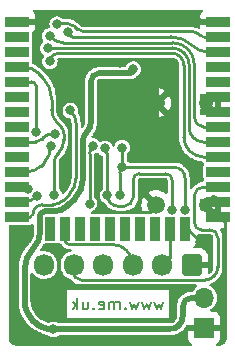
<source format=gbr>
%TF.GenerationSoftware,KiCad,Pcbnew,(6.0.2-0)*%
%TF.CreationDate,2022-03-05T07:54:51+00:00*%
%TF.ProjectId,Generic,47656e65-7269-4632-9e6b-696361645f70,6*%
%TF.SameCoordinates,Original*%
%TF.FileFunction,Copper,L2,Bot*%
%TF.FilePolarity,Positive*%
%FSLAX46Y46*%
G04 Gerber Fmt 4.6, Leading zero omitted, Abs format (unit mm)*
G04 Created by KiCad (PCBNEW (6.0.2-0)) date 2022-03-05 07:54:51*
%MOMM*%
%LPD*%
G01*
G04 APERTURE LIST*
G04 Aperture macros list*
%AMRoundRect*
0 Rectangle with rounded corners*
0 $1 Rounding radius*
0 $2 $3 $4 $5 $6 $7 $8 $9 X,Y pos of 4 corners*
0 Add a 4 corners polygon primitive as box body*
4,1,4,$2,$3,$4,$5,$6,$7,$8,$9,$2,$3,0*
0 Add four circle primitives for the rounded corners*
1,1,$1+$1,$2,$3*
1,1,$1+$1,$4,$5*
1,1,$1+$1,$6,$7*
1,1,$1+$1,$8,$9*
0 Add four rect primitives between the rounded corners*
20,1,$1+$1,$2,$3,$4,$5,0*
20,1,$1+$1,$4,$5,$6,$7,0*
20,1,$1+$1,$6,$7,$8,$9,0*
20,1,$1+$1,$8,$9,$2,$3,0*%
G04 Aperture macros list end*
%ADD10C,0.150000*%
%TA.AperFunction,NonConductor*%
%ADD11C,0.150000*%
%TD*%
%TA.AperFunction,ComponentPad*%
%ADD12C,0.670000*%
%TD*%
%TA.AperFunction,ComponentPad*%
%ADD13C,1.250000*%
%TD*%
%TA.AperFunction,ComponentPad*%
%ADD14C,1.500000*%
%TD*%
%TA.AperFunction,ComponentPad*%
%ADD15R,1.700000X1.700000*%
%TD*%
%TA.AperFunction,ComponentPad*%
%ADD16O,1.700000X1.700000*%
%TD*%
%TA.AperFunction,ComponentPad*%
%ADD17RoundRect,0.250000X0.600000X0.675000X-0.600000X0.675000X-0.600000X-0.675000X0.600000X-0.675000X0*%
%TD*%
%TA.AperFunction,ComponentPad*%
%ADD18O,1.700000X1.850000*%
%TD*%
%TA.AperFunction,SMDPad,CuDef*%
%ADD19R,2.000000X0.900000*%
%TD*%
%TA.AperFunction,SMDPad,CuDef*%
%ADD20R,0.900000X2.000000*%
%TD*%
%TA.AperFunction,SMDPad,CuDef*%
%ADD21R,5.000000X5.000000*%
%TD*%
%TA.AperFunction,ViaPad*%
%ADD22C,0.800000*%
%TD*%
%TA.AperFunction,Conductor*%
%ADD23C,0.250000*%
%TD*%
%TA.AperFunction,Conductor*%
%ADD24C,0.500000*%
%TD*%
G04 APERTURE END LIST*
D10*
D11*
X130557142Y-123585714D02*
X130366666Y-124252380D01*
X130176190Y-123776190D01*
X129985714Y-124252380D01*
X129795238Y-123585714D01*
X129509523Y-123585714D02*
X129319047Y-124252380D01*
X129128571Y-123776190D01*
X128938095Y-124252380D01*
X128747619Y-123585714D01*
X128461904Y-123585714D02*
X128271428Y-124252380D01*
X128080952Y-123776190D01*
X127890476Y-124252380D01*
X127700000Y-123585714D01*
X127319047Y-124157142D02*
X127271428Y-124204761D01*
X127319047Y-124252380D01*
X127366666Y-124204761D01*
X127319047Y-124157142D01*
X127319047Y-124252380D01*
X126842857Y-124252380D02*
X126842857Y-123585714D01*
X126842857Y-123680952D02*
X126795238Y-123633333D01*
X126700000Y-123585714D01*
X126557142Y-123585714D01*
X126461904Y-123633333D01*
X126414285Y-123728571D01*
X126414285Y-124252380D01*
X126414285Y-123728571D02*
X126366666Y-123633333D01*
X126271428Y-123585714D01*
X126128571Y-123585714D01*
X126033333Y-123633333D01*
X125985714Y-123728571D01*
X125985714Y-124252380D01*
X125128571Y-124204761D02*
X125223809Y-124252380D01*
X125414285Y-124252380D01*
X125509523Y-124204761D01*
X125557142Y-124109523D01*
X125557142Y-123728571D01*
X125509523Y-123633333D01*
X125414285Y-123585714D01*
X125223809Y-123585714D01*
X125128571Y-123633333D01*
X125080952Y-123728571D01*
X125080952Y-123823809D01*
X125557142Y-123919047D01*
X124652380Y-124157142D02*
X124604761Y-124204761D01*
X124652380Y-124252380D01*
X124700000Y-124204761D01*
X124652380Y-124157142D01*
X124652380Y-124252380D01*
X123747619Y-123585714D02*
X123747619Y-124252380D01*
X124176190Y-123585714D02*
X124176190Y-124109523D01*
X124128571Y-124204761D01*
X124033333Y-124252380D01*
X123890476Y-124252380D01*
X123795238Y-124204761D01*
X123747619Y-124157142D01*
X123271428Y-124252380D02*
X123271428Y-123252380D01*
X123176190Y-123871428D02*
X122890476Y-124252380D01*
X122890476Y-123585714D02*
X123271428Y-123966666D01*
D12*
%TO.P,J2,S1,SHIELD*%
%TO.N,GND*%
X130455000Y-108210000D03*
D13*
X134135000Y-106780000D03*
D14*
X129965000Y-115420000D03*
X129965000Y-106780000D03*
D12*
X130455000Y-113990000D03*
D13*
X134135000Y-115420000D03*
%TD*%
D15*
%TO.P,J3,1,Pin_1*%
%TO.N,GND*%
X134000000Y-125800000D03*
D16*
%TO.P,J3,2,Pin_2*%
%TO.N,DC*%
X134000000Y-123260000D03*
%TD*%
D17*
%TO.P,J1,1,Pin_1*%
%TO.N,GND*%
X132970000Y-120500000D03*
D18*
%TO.P,J1,2,Pin_2*%
%TO.N,IO1*%
X130470000Y-120500000D03*
%TO.P,J1,3,Pin_3*%
%TO.N,IO2*%
X127970000Y-120500000D03*
%TO.P,J1,4,Pin_4*%
%TO.N,IO3*%
X125470000Y-120500000D03*
%TO.P,J1,5,Pin_5*%
%TO.N,IO4*%
X122970000Y-120500000D03*
%TO.P,J1,6,Pin_6*%
%TO.N,Net-(J1-Pad6)*%
X120470000Y-120500000D03*
%TD*%
D19*
%TO.P,U1,1,GND*%
%TO.N,GND*%
X135200000Y-99895000D03*
%TO.P,U1,2,VDD*%
%TO.N,+3V3*%
X135200000Y-101165000D03*
%TO.P,U1,3,EN*%
%TO.N,EN*%
X135200000Y-102435000D03*
%TO.P,U1,4,SENSOR_VP*%
%TO.N,unconnected-(U1-Pad4)*%
X135200000Y-103705000D03*
%TO.P,U1,5,SENSOR_VN*%
%TO.N,unconnected-(U1-Pad5)*%
X135200000Y-104975000D03*
%TO.P,U1,6,IO34*%
%TO.N,GND*%
X135200000Y-106245000D03*
%TO.P,U1,7,IO35*%
X135200000Y-107515000D03*
%TO.P,U1,8,IO32*%
%TO.N,R*%
X135200000Y-108785000D03*
%TO.P,U1,9,IO33*%
%TO.N,B*%
X135200000Y-110055000D03*
%TO.P,U1,10,IO25*%
%TO.N,G*%
X135200000Y-111325000D03*
%TO.P,U1,11,IO26*%
%TO.N,unconnected-(U1-Pad11)*%
X135200000Y-112595000D03*
%TO.P,U1,12,IO27*%
%TO.N,IO4*%
X135200000Y-113865000D03*
%TO.P,U1,13,IO14*%
%TO.N,GND*%
X135200000Y-115135000D03*
%TO.P,U1,14,IO12*%
X135200000Y-116405000D03*
D20*
%TO.P,U1,15,GND*%
X132415000Y-117405000D03*
%TO.P,U1,16,IO13*%
%TO.N,IO1*%
X131145000Y-117405000D03*
%TO.P,U1,17,SHD/SD2*%
%TO.N,unconnected-(U1-Pad17)*%
X129875000Y-117405000D03*
%TO.P,U1,18,SWP/SD3*%
%TO.N,unconnected-(U1-Pad18)*%
X128605000Y-117405000D03*
%TO.P,U1,19,SCS/CMD*%
%TO.N,unconnected-(U1-Pad19)*%
X127335000Y-117405000D03*
%TO.P,U1,20,SCK/CLK*%
%TO.N,unconnected-(U1-Pad20)*%
X126065000Y-117405000D03*
%TO.P,U1,21,SDO/SD0*%
%TO.N,unconnected-(U1-Pad21)*%
X124795000Y-117405000D03*
%TO.P,U1,22,SDI/SD1*%
%TO.N,unconnected-(U1-Pad22)*%
X123525000Y-117405000D03*
%TO.P,U1,23,IO15*%
%TO.N,IO2*%
X122255000Y-117405000D03*
%TO.P,U1,24,IO2*%
%TO.N,unconnected-(U1-Pad24)*%
X120985000Y-117405000D03*
D19*
%TO.P,U1,25,IO0*%
%TO.N,GPIO0*%
X118200000Y-116405000D03*
%TO.P,U1,26,IO4*%
%TO.N,IO3*%
X118200000Y-115135000D03*
%TO.P,U1,27,IO16*%
%TO.N,IO5*%
X118200000Y-113865000D03*
%TO.P,U1,28,IO17*%
%TO.N,USB*%
X118200000Y-112595000D03*
%TO.P,U1,29,IO5*%
%TO.N,unconnected-(U1-Pad29)*%
X118200000Y-111325000D03*
%TO.P,U1,30,IO18*%
%TO.N,CHARGER*%
X118200000Y-110055000D03*
%TO.P,U1,31,IO19*%
%TO.N,unconnected-(U1-Pad31)*%
X118200000Y-108785000D03*
%TO.P,U1,32,NC*%
%TO.N,unconnected-(U1-Pad32)*%
X118200000Y-107515000D03*
%TO.P,U1,33,IO21*%
%TO.N,unconnected-(U1-Pad33)*%
X118200000Y-106245000D03*
%TO.P,U1,34,RXD0/IO3*%
%TO.N,I*%
X118200000Y-104975000D03*
%TO.P,U1,35,TXD0/IO1*%
%TO.N,O*%
X118200000Y-103705000D03*
%TO.P,U1,36,IO22*%
%TO.N,unconnected-(U1-Pad36)*%
X118200000Y-102435000D03*
%TO.P,U1,37,IO23*%
%TO.N,unconnected-(U1-Pad37)*%
X118200000Y-101165000D03*
%TO.P,U1,38,GND*%
%TO.N,GND*%
X118200000Y-99895000D03*
D21*
%TO.P,U1,39,GND*%
X127700000Y-107395000D03*
%TD*%
D22*
%TO.N,GND*%
X133700000Y-118500000D03*
X125400000Y-107300000D03*
X121520001Y-124179999D03*
X124225500Y-99600000D03*
X126900000Y-103400000D03*
X122375000Y-112625000D03*
X123000000Y-105700000D03*
%TO.N,+3V3*%
X124600000Y-110400000D03*
X121560000Y-100100000D03*
X124311618Y-115287020D03*
%TO.N,IO5*%
X119098120Y-114024500D03*
%TO.N,IO3*%
X119875500Y-114656478D03*
%TO.N,O*%
X121324500Y-114562520D03*
%TO.N,I*%
X119799279Y-109251356D03*
%TO.N,EN*%
X122447374Y-100763201D03*
%TO.N,GPIO0*%
X122675500Y-107400000D03*
%TO.N,DC*%
X121251168Y-125928298D03*
X128000000Y-103900000D03*
%TO.N,CHARGER*%
X121400000Y-109400000D03*
%TO.N,USB*%
X121016882Y-110433099D03*
%TO.N,R*%
X120922814Y-101087818D03*
%TO.N,G*%
X120940798Y-103237244D03*
%TO.N,B*%
X120760687Y-102141490D03*
%TO.N,Net-(C4-Pad1)*%
X125818304Y-114598388D03*
X125593726Y-110607296D03*
X131300000Y-115800000D03*
%TO.N,Net-(C3-Pad1)*%
X126882276Y-114597468D03*
X127077230Y-110545028D03*
X132400000Y-115804998D03*
X127077238Y-112187497D03*
%TD*%
D23*
%TO.N,Net-(C4-Pad1)*%
X126719916Y-115500000D02*
G75*
G02*
X125818304Y-114598388I0J901612D01*
G01*
X128000000Y-114750000D02*
G75*
G02*
X127250000Y-115500000I-750000J0D01*
G01*
X128500000Y-112750000D02*
G75*
G03*
X128000000Y-113250000I1J-500001D01*
G01*
X131300000Y-113300000D02*
G75*
G03*
X130750000Y-112750000I-549999J1D01*
G01*
X126719916Y-115500000D02*
X127250000Y-115500000D01*
X128000000Y-114750000D02*
X128000000Y-113250000D01*
X128500000Y-112750000D02*
X130750000Y-112750000D01*
X131300000Y-113300000D02*
X131300000Y-115800000D01*
%TO.N,Net-(C3-Pad1)*%
X132400000Y-115804998D02*
X132400000Y-113150000D01*
X127077238Y-112187497D02*
X131437497Y-112187497D01*
X132400000Y-113150000D02*
G75*
G03*
X131437497Y-112187497I-962504J-1D01*
G01*
%TO.N,GND*%
X135200000Y-106245000D02*
X134670000Y-106245000D01*
X134870000Y-107515000D02*
X134135000Y-106780000D01*
X132605000Y-117405000D02*
X133700000Y-118500000D01*
D24*
X133705000Y-99895000D02*
X135200000Y-99895000D01*
D23*
X135120000Y-116405000D02*
X134135000Y-115420000D01*
X129385000Y-116000000D02*
X129965000Y-115420000D01*
X135200000Y-116405000D02*
X135305000Y-116405000D01*
X135200000Y-116405000D02*
X135120000Y-116405000D01*
X132415000Y-117405000D02*
X132605000Y-117405000D01*
X124700556Y-99124944D02*
X125775056Y-99124944D01*
X135750000Y-116850000D02*
X135750000Y-125250000D01*
D24*
X120405000Y-99895000D02*
X118200000Y-99895000D01*
D23*
X125036119Y-113317927D02*
X125036119Y-115236119D01*
D24*
X133445000Y-99635000D02*
X133705000Y-99895000D01*
D23*
X125800000Y-116000000D02*
X129385000Y-116000000D01*
X135250000Y-125750000D02*
X134050000Y-125750000D01*
X134670000Y-106245000D02*
X134135000Y-106780000D01*
D24*
X121024944Y-99275056D02*
X120405000Y-99895000D01*
X125775056Y-99124944D02*
X132213616Y-99124944D01*
D23*
X125036119Y-115236119D02*
X125800000Y-116000000D01*
X124225500Y-99600000D02*
X124700556Y-99124944D01*
X135200000Y-115135000D02*
X134420000Y-115135000D01*
X125009096Y-113290904D02*
X125036119Y-113317927D01*
X134420000Y-115135000D02*
X134135000Y-115420000D01*
X135200000Y-107515000D02*
X134870000Y-107515000D01*
D24*
X125775056Y-99124944D02*
X121387346Y-99124944D01*
X121024944Y-99275056D02*
G75*
G02*
X121387346Y-99124944I362399J-362395D01*
G01*
D23*
X134000000Y-125800000D02*
G75*
G02*
X134050000Y-125750000I50001J-1D01*
G01*
X135250000Y-125750000D02*
G75*
G03*
X135750000Y-125250000I-1J500001D01*
G01*
D24*
X133445000Y-99635000D02*
G75*
G03*
X132213616Y-99124944I-1231383J-1231382D01*
G01*
D23*
X135750000Y-116850000D02*
G75*
G03*
X135305000Y-116405000I-444998J2D01*
G01*
%TO.N,+3V3*%
X121728994Y-100030000D02*
X122427660Y-100030000D01*
X133991776Y-101165000D02*
X135200000Y-101165000D01*
X124318543Y-115280095D02*
X124311618Y-115287020D01*
X124318543Y-115280095D02*
X124318543Y-111079497D01*
X122995000Y-100265000D02*
X123220000Y-100490000D01*
X123751126Y-100710000D02*
X132893310Y-100710000D01*
X123751126Y-100709999D02*
G75*
G02*
X123220001Y-100489999I0J751124D01*
G01*
X124600000Y-110400000D02*
G75*
G03*
X124318543Y-111079497I679494J-679496D01*
G01*
X122995000Y-100265000D02*
G75*
G03*
X122427660Y-100030000I-567338J-567335D01*
G01*
X133690000Y-101040000D02*
G75*
G03*
X132893310Y-100710000I-796690J-796690D01*
G01*
X121728994Y-100030001D02*
G75*
G03*
X121560001Y-100100001I-5J-238980D01*
G01*
X133991776Y-101165000D02*
G75*
G02*
X133690000Y-101040000I3J426781D01*
G01*
%TO.N,IO4*%
X133750000Y-117500000D02*
X134500000Y-117500000D01*
X135172811Y-118172811D02*
X135172811Y-120657191D01*
X135200000Y-113865000D02*
X133950000Y-113865000D01*
X133184999Y-114630001D02*
X133184999Y-116080489D01*
X122885000Y-121035000D02*
X122885000Y-120500000D01*
X133189511Y-116085001D02*
X133189511Y-116939511D01*
X134080002Y-121750000D02*
X123600000Y-121750000D01*
X133189511Y-116085001D02*
G75*
G03*
X133184999Y-116080489I-4514J-2D01*
G01*
X122885000Y-121035000D02*
G75*
G03*
X123600000Y-121750000I715001J1D01*
G01*
X134080002Y-121750000D02*
G75*
G03*
X135172811Y-120657191I1J1092808D01*
G01*
X133750000Y-117500000D02*
G75*
G02*
X133189511Y-116939511I-1J560488D01*
G01*
X135172811Y-118172811D02*
G75*
G03*
X134500000Y-117500000I-672812J-1D01*
G01*
X133184999Y-114630001D02*
G75*
G02*
X133950000Y-113865000I765002J-1D01*
G01*
%TO.N,IO3*%
X118200000Y-115135000D02*
X118720246Y-115135000D01*
X119875500Y-114656478D02*
G75*
G02*
X118720246Y-115135000I-1155255J1155256D01*
G01*
%TO.N,IO2*%
X122255000Y-117405000D02*
X122255000Y-118455000D01*
X122530001Y-118730001D02*
X126195001Y-118730001D01*
X127965000Y-120500000D02*
G75*
G03*
X126195001Y-118730001I-1770000J-1D01*
G01*
X122530001Y-118730001D02*
G75*
G02*
X122255000Y-118455000I0J275001D01*
G01*
%TO.N,IO1*%
X131145000Y-117405000D02*
X131145000Y-119860000D01*
X130505000Y-120500000D02*
G75*
G03*
X131145000Y-119860000I-1J640001D01*
G01*
%TO.N,O*%
X119972500Y-104227500D02*
X120290263Y-104545263D01*
X118200000Y-103705000D02*
X118711074Y-103705000D01*
X121562300Y-108437700D02*
X121858913Y-108734313D01*
X122124501Y-109375499D02*
X122124501Y-109875499D01*
X121324500Y-114562520D02*
X121324500Y-111765115D01*
X121600000Y-111100000D02*
X121629526Y-111070474D01*
X121099901Y-106499901D02*
X121099901Y-107321371D01*
X122124501Y-109875499D02*
G75*
G02*
X121629526Y-111070474I-1689951J1D01*
G01*
X122124500Y-109375499D02*
G75*
G03*
X121858913Y-108734313I-906774J0D01*
G01*
X121099901Y-106499901D02*
G75*
G03*
X120290263Y-104545263I-2764276J-1D01*
G01*
X119972500Y-104227500D02*
G75*
G03*
X118711074Y-103705000I-1261431J-1261437D01*
G01*
X121562300Y-108437700D02*
G75*
G02*
X121099901Y-107321371I1116332J1116331D01*
G01*
X121600000Y-111100000D02*
G75*
G03*
X121324500Y-111765115I665116J-665116D01*
G01*
%TO.N,I*%
X118200000Y-104975000D02*
X119450000Y-104975000D01*
X119749989Y-105274989D02*
X119749989Y-109202066D01*
X119749989Y-105274989D02*
G75*
G03*
X119450000Y-104975000I-299990J-1D01*
G01*
X119799279Y-109251356D02*
G75*
G02*
X119749989Y-109202066I1J49291D01*
G01*
%TO.N,EN*%
X122847373Y-101163200D02*
X131221208Y-101163200D01*
X134291604Y-102435000D02*
X135200000Y-102435000D01*
X134291604Y-102434999D02*
G75*
G02*
X133000001Y-101899999I0J1826603D01*
G01*
X122847373Y-101163200D02*
G75*
G02*
X122447374Y-100763201I0J399999D01*
G01*
X133000000Y-101900000D02*
G75*
G03*
X131221208Y-101163200I-1778792J-1778792D01*
G01*
%TO.N,GPIO0*%
X119295000Y-116405000D02*
X118200000Y-116405000D01*
X122675500Y-107400000D02*
X122719477Y-107443977D01*
X122576978Y-114523022D02*
X122100000Y-115000000D01*
X123169521Y-108530479D02*
X123169521Y-113092497D01*
X121180238Y-115380978D02*
X120319022Y-115380978D01*
X119295000Y-116405000D02*
G75*
G03*
X119510978Y-116189022I2J215976D01*
G01*
X122576978Y-114523022D02*
G75*
G03*
X123169521Y-113092497I-1430528J1430527D01*
G01*
X123169520Y-108530479D02*
G75*
G03*
X122719476Y-107443978I-1536547J-1D01*
G01*
X119510978Y-116189022D02*
G75*
G02*
X120319022Y-115380978I808045J-1D01*
G01*
X121180238Y-115380977D02*
G75*
G03*
X122099999Y-114999999I1J1300737D01*
G01*
D24*
%TO.N,DC*%
X132200000Y-124000000D02*
X132200000Y-124800000D01*
X119013607Y-124484174D02*
X118908536Y-124207124D01*
X119319628Y-124990395D02*
X119151307Y-124746540D01*
X134000000Y-123260000D02*
X132940000Y-123260000D01*
X121251168Y-125928298D02*
X131071702Y-125928298D01*
X119587132Y-119012868D02*
X119600000Y-119000000D01*
X121251168Y-125928298D02*
X121103015Y-125926388D01*
X120494511Y-115955489D02*
X121205201Y-115955489D01*
X119737903Y-125408670D02*
X119516115Y-125212183D01*
X124010923Y-109310923D02*
X124059684Y-109262162D01*
X118801910Y-123625283D02*
X118800000Y-123477130D01*
X125095452Y-104255231D02*
X127700231Y-104255231D01*
X121103015Y-125926388D02*
X120808870Y-125890672D01*
X127700231Y-104255231D02*
X127999214Y-103956248D01*
X124428685Y-108371315D02*
X124428685Y-104921998D01*
X123744032Y-113220728D02*
X123744032Y-109955254D01*
X120244124Y-125714691D02*
X119981758Y-125576991D01*
X120085489Y-117827926D02*
X120085489Y-116364511D01*
X128000000Y-103900000D02*
X128000000Y-103955462D01*
X120521174Y-125819762D02*
X120244124Y-125714691D01*
X119981758Y-125576991D02*
X119737903Y-125408670D01*
X119516115Y-125212183D02*
X119319628Y-124990395D01*
X122513552Y-115413552D02*
X123063552Y-114863552D01*
X119151307Y-124746540D02*
X119013607Y-124484174D01*
X118837626Y-123919428D02*
X118801910Y-123625283D01*
X118908536Y-124207124D02*
X118837626Y-123919428D01*
X120808870Y-125890672D02*
X120521174Y-125819762D01*
X127999214Y-103956248D02*
X128000000Y-103900000D01*
X118800000Y-123477130D02*
X118800000Y-120913172D01*
X127700231Y-104255231D02*
G75*
G03*
X128000000Y-103955462I1J299768D01*
G01*
X124010923Y-109310923D02*
G75*
G03*
X123744032Y-109955254I644335J-644333D01*
G01*
X122513552Y-115413552D02*
G75*
G02*
X121205201Y-115955489I-1308353J1308354D01*
G01*
X125095452Y-104255231D02*
G75*
G03*
X124428685Y-104921998I2J-666769D01*
G01*
X124428685Y-108371315D02*
G75*
G02*
X124059684Y-109262162I-1259845J-1D01*
G01*
X119587132Y-119012868D02*
G75*
G03*
X118800000Y-120913172I1900304J-1900305D01*
G01*
X120085488Y-117827926D02*
G75*
G02*
X119599999Y-118999999I-1657567J2D01*
G01*
X123744031Y-113220728D02*
G75*
G02*
X123063551Y-114863551I-2323303J0D01*
G01*
X131071702Y-125928298D02*
G75*
G03*
X132200000Y-124800000I-1J1128299D01*
G01*
X132200000Y-124000000D02*
G75*
G02*
X132940000Y-123260000I740000J0D01*
G01*
X120494511Y-115955489D02*
G75*
G03*
X120085489Y-116364511I1J-409023D01*
G01*
D23*
%TO.N,CHARGER*%
X120400000Y-109700000D02*
X120250000Y-109850000D01*
X121400000Y-109400000D02*
X121124264Y-109400000D01*
X118200000Y-110055000D02*
X119755087Y-110055000D01*
X120400000Y-109700000D02*
G75*
G02*
X121124264Y-109400000I724264J-724263D01*
G01*
X120250000Y-109850000D02*
G75*
G02*
X119755087Y-110055000I-494914J494915D01*
G01*
%TO.N,USB*%
X120415828Y-111884172D02*
X120200000Y-112100000D01*
X119004965Y-112595000D02*
X118200000Y-112595000D01*
X119004965Y-112594999D02*
G75*
G03*
X120199999Y-112099999I1J1690031D01*
G01*
X120415828Y-111884172D02*
G75*
G03*
X121016882Y-110433099I-1451075J1451074D01*
G01*
%TO.N,R*%
X135200000Y-108785000D02*
X133950000Y-108785000D01*
X133184999Y-108019999D02*
X133184999Y-103515001D01*
X121096567Y-101261570D02*
X120922814Y-101087818D01*
X131327520Y-101657522D02*
X122052478Y-101657522D01*
X133184999Y-108019999D02*
G75*
G03*
X133950000Y-108785000I765002J1D01*
G01*
X131327520Y-101657522D02*
G75*
G02*
X133184999Y-103515001I0J-1857479D01*
G01*
X121096567Y-101261570D02*
G75*
G03*
X122052478Y-101657522I955907J955899D01*
G01*
%TO.N,G*%
X120994793Y-103183249D02*
X120940798Y-103237244D01*
X135200000Y-111325000D02*
X133950000Y-111325000D01*
X132284977Y-109659977D02*
X132284977Y-103565023D01*
X120994793Y-103015368D02*
X120994793Y-103183249D01*
X131277498Y-102557544D02*
X121643646Y-102557544D01*
X132284977Y-109659977D02*
G75*
G03*
X133950000Y-111325000I1665023J0D01*
G01*
X120994793Y-103015368D02*
G75*
G02*
X121643646Y-102557545I651084J-234045D01*
G01*
X131277498Y-102557544D02*
G75*
G02*
X132284977Y-103565023I-1J-1007480D01*
G01*
%TO.N,B*%
X131307533Y-102107533D02*
X120793901Y-102107533D01*
X132734988Y-108839988D02*
X132734988Y-103534988D01*
X120769492Y-102114879D02*
X120760687Y-102123684D01*
X120760687Y-102123684D02*
X120760687Y-102141490D01*
X135200000Y-110055000D02*
X133950000Y-110055000D01*
X131307533Y-102107533D02*
G75*
G02*
X132734988Y-103534988I0J-1427455D01*
G01*
X120769492Y-102114879D02*
G75*
G02*
X120793901Y-102107533I31722J-61180D01*
G01*
X132734988Y-108839988D02*
G75*
G03*
X133950000Y-110055000I1215013J1D01*
G01*
%TO.N,Net-(C4-Pad1)*%
X125593726Y-110668009D02*
X125593726Y-110607296D01*
X125723568Y-110797851D02*
X125593726Y-110668009D01*
X125818304Y-114598388D02*
X125818304Y-111185791D01*
X125723568Y-110797851D02*
G75*
G02*
X125818304Y-111185791I-768513J-393210D01*
G01*
%TO.N,Net-(C3-Pad1)*%
X127077230Y-110545028D02*
X127077230Y-112187489D01*
X127077230Y-112187489D02*
X127077238Y-112187497D01*
X126882276Y-114597468D02*
X126882276Y-112658176D01*
X127077238Y-112187497D02*
G75*
G03*
X126882276Y-112658176I470681J-470680D01*
G01*
%TD*%
%TA.AperFunction,Conductor*%
%TO.N,GND*%
G36*
X119499021Y-117023690D02*
G01*
X119555857Y-117066237D01*
X119580668Y-117132757D01*
X119580989Y-117141746D01*
X119580989Y-117778871D01*
X119579489Y-117798256D01*
X119575839Y-117821698D01*
X119577003Y-117830601D01*
X119577003Y-117830604D01*
X119577649Y-117835548D01*
X119578324Y-117861765D01*
X119567570Y-117998417D01*
X119564477Y-118017946D01*
X119526868Y-118174598D01*
X119520758Y-118193403D01*
X119459105Y-118342245D01*
X119450129Y-118359861D01*
X119365953Y-118497224D01*
X119354332Y-118513219D01*
X119291989Y-118586215D01*
X119269846Y-118612141D01*
X119257566Y-118623522D01*
X119257698Y-118623657D01*
X119251276Y-118629924D01*
X119244026Y-118635220D01*
X119239862Y-118640637D01*
X119239215Y-118641221D01*
X119235641Y-118643766D01*
X119226728Y-118652464D01*
X119223815Y-118656351D01*
X119223807Y-118656360D01*
X119221622Y-118659276D01*
X119214159Y-118668323D01*
X119111206Y-118781915D01*
X119017061Y-118885788D01*
X119015217Y-118888274D01*
X119015214Y-118888278D01*
X118862054Y-119094790D01*
X118830238Y-119137689D01*
X118669006Y-119406690D01*
X118667692Y-119409469D01*
X118667690Y-119409472D01*
X118536236Y-119687406D01*
X118536232Y-119687415D01*
X118534916Y-119690198D01*
X118505867Y-119771386D01*
X118450492Y-119926149D01*
X118429261Y-119985485D01*
X118416179Y-120037711D01*
X118361153Y-120257386D01*
X118353057Y-120289705D01*
X118352603Y-120292767D01*
X118352602Y-120292771D01*
X118349708Y-120312283D01*
X118307040Y-120599930D01*
X118306888Y-120603014D01*
X118306888Y-120603019D01*
X118293369Y-120878209D01*
X118291774Y-120892933D01*
X118290464Y-120900719D01*
X118290312Y-120913172D01*
X118294227Y-120940508D01*
X118295500Y-120958371D01*
X118295500Y-123438900D01*
X118295410Y-123441706D01*
X118295035Y-123444334D01*
X118295098Y-123449198D01*
X118295490Y-123479622D01*
X118295500Y-123481246D01*
X118295500Y-123513356D01*
X118295876Y-123515981D01*
X118295995Y-123518817D01*
X118296725Y-123575406D01*
X118297251Y-123616263D01*
X118297190Y-123622119D01*
X118296351Y-123647078D01*
X118296937Y-123651905D01*
X118296984Y-123652294D01*
X118297438Y-123659071D01*
X118297486Y-123659067D01*
X118297861Y-123663518D01*
X118297919Y-123668009D01*
X118301945Y-123693753D01*
X118302534Y-123698000D01*
X118335381Y-123968523D01*
X118335821Y-123972734D01*
X118336078Y-123975669D01*
X118338380Y-124002001D01*
X118339545Y-124006725D01*
X118339621Y-124007186D01*
X118340637Y-124011799D01*
X118341171Y-124016201D01*
X118348224Y-124042386D01*
X118349176Y-124045922D01*
X118349850Y-124048537D01*
X118415872Y-124316402D01*
X118416817Y-124320533D01*
X118422883Y-124349273D01*
X118424611Y-124353830D01*
X118424741Y-124354273D01*
X118426301Y-124358715D01*
X118427365Y-124363031D01*
X118438911Y-124391614D01*
X118439878Y-124394084D01*
X118537706Y-124652039D01*
X118539139Y-124656017D01*
X118548629Y-124683825D01*
X118550894Y-124688140D01*
X118551081Y-124688576D01*
X118553161Y-124692789D01*
X118554737Y-124696944D01*
X118556904Y-124700867D01*
X118556907Y-124700873D01*
X118569617Y-124723880D01*
X118570896Y-124726253D01*
X118699113Y-124970551D01*
X118701017Y-124974333D01*
X118711668Y-124996399D01*
X118711673Y-124996408D01*
X118713785Y-125000783D01*
X118716544Y-125004780D01*
X118716782Y-125005189D01*
X118719365Y-125009137D01*
X118721429Y-125013069D01*
X118724053Y-125016702D01*
X118724054Y-125016703D01*
X118739458Y-125038027D01*
X118741016Y-125040233D01*
X118897741Y-125267290D01*
X118900088Y-125270816D01*
X118915942Y-125295522D01*
X118919164Y-125299159D01*
X118919444Y-125299529D01*
X118922484Y-125303136D01*
X118925011Y-125306797D01*
X118933835Y-125316337D01*
X118945905Y-125329387D01*
X118947710Y-125331380D01*
X119079395Y-125480022D01*
X119130661Y-125537890D01*
X119133415Y-125541107D01*
X119137465Y-125546000D01*
X119152151Y-125563744D01*
X119155790Y-125566968D01*
X119156105Y-125567294D01*
X119159568Y-125570519D01*
X119162514Y-125573844D01*
X119165932Y-125576744D01*
X119185981Y-125593754D01*
X119188018Y-125595521D01*
X119394533Y-125778477D01*
X119397657Y-125781339D01*
X119415434Y-125798189D01*
X119415439Y-125798193D01*
X119418969Y-125801539D01*
X119422975Y-125804304D01*
X119423339Y-125804599D01*
X119427149Y-125807370D01*
X119430473Y-125810316D01*
X119456207Y-125827277D01*
X119458388Y-125828748D01*
X119685447Y-125985476D01*
X119688878Y-125987930D01*
X119708597Y-126002544D01*
X119708601Y-126002546D01*
X119712504Y-126005439D01*
X119716810Y-126007699D01*
X119717187Y-126007936D01*
X119721328Y-126010243D01*
X119724983Y-126012765D01*
X119728989Y-126014759D01*
X119728992Y-126014761D01*
X119752552Y-126026489D01*
X119754956Y-126027719D01*
X119999202Y-126155910D01*
X120002918Y-126157940D01*
X120024240Y-126170062D01*
X120024248Y-126170066D01*
X120028477Y-126172470D01*
X120033029Y-126174196D01*
X120033447Y-126174393D01*
X120037817Y-126176176D01*
X120041748Y-126178239D01*
X120045965Y-126179736D01*
X120045970Y-126179738D01*
X120070785Y-126188546D01*
X120073310Y-126189473D01*
X120331246Y-126287295D01*
X120335133Y-126288844D01*
X120362279Y-126300197D01*
X120367007Y-126301362D01*
X120367439Y-126301505D01*
X120371989Y-126302747D01*
X120376148Y-126304324D01*
X120380524Y-126305304D01*
X120380525Y-126305304D01*
X120406177Y-126311047D01*
X120408802Y-126311664D01*
X120676682Y-126377690D01*
X120680775Y-126378772D01*
X120709042Y-126386756D01*
X120713874Y-126387343D01*
X120714314Y-126387431D01*
X120718996Y-126388119D01*
X120723310Y-126389182D01*
X120744505Y-126391296D01*
X120751278Y-126391972D01*
X120817076Y-126418638D01*
X120823568Y-126424156D01*
X120863627Y-126460606D01*
X120869244Y-126465717D01*
X121008461Y-126541306D01*
X121161690Y-126581505D01*
X121245645Y-126582824D01*
X121312487Y-126583874D01*
X121312490Y-126583874D01*
X121320084Y-126583993D01*
X121474500Y-126548627D01*
X121544910Y-126513215D01*
X121609240Y-126480861D01*
X121609243Y-126480859D01*
X121616023Y-126477449D01*
X121632957Y-126462986D01*
X121697747Y-126433956D01*
X121714787Y-126432798D01*
X131018789Y-126432798D01*
X131039694Y-126434544D01*
X131059249Y-126437834D01*
X131065253Y-126437907D01*
X131066832Y-126437927D01*
X131066838Y-126437927D01*
X131071702Y-126437986D01*
X131081464Y-126436588D01*
X131090335Y-126435636D01*
X131304667Y-126420307D01*
X131312339Y-126418638D01*
X131528492Y-126371617D01*
X131528496Y-126371616D01*
X131532890Y-126370660D01*
X131537097Y-126369091D01*
X131537100Y-126369090D01*
X131747512Y-126290610D01*
X131751724Y-126289039D01*
X131956714Y-126177106D01*
X132143688Y-126037138D01*
X132308840Y-125871986D01*
X132448808Y-125685012D01*
X132493401Y-125603346D01*
X132543604Y-125553143D01*
X132612978Y-125538052D01*
X132630773Y-125540611D01*
X132655545Y-125546000D01*
X135339884Y-125546000D01*
X135355123Y-125541525D01*
X135356328Y-125540135D01*
X135357999Y-125532452D01*
X135357999Y-124905331D01*
X135357629Y-124898510D01*
X135352105Y-124847648D01*
X135348479Y-124832396D01*
X135303324Y-124711946D01*
X135294786Y-124696351D01*
X135218285Y-124594276D01*
X135205724Y-124581715D01*
X135103649Y-124505214D01*
X135088054Y-124496676D01*
X134967606Y-124451522D01*
X134952351Y-124447895D01*
X134901486Y-124442369D01*
X134894672Y-124442000D01*
X134632846Y-124442000D01*
X134564725Y-124421998D01*
X134518232Y-124368342D01*
X134508128Y-124298068D01*
X134537622Y-124233488D01*
X134571275Y-124206069D01*
X134628276Y-124174147D01*
X134690934Y-124122035D01*
X134779913Y-124048031D01*
X134784345Y-124044345D01*
X134834181Y-123984424D01*
X134910453Y-123892718D01*
X134910455Y-123892715D01*
X134914147Y-123888276D01*
X135013334Y-123711165D01*
X135015190Y-123705698D01*
X135015192Y-123705693D01*
X135076728Y-123524414D01*
X135076729Y-123524409D01*
X135078584Y-123518945D01*
X135079412Y-123513236D01*
X135079413Y-123513231D01*
X135107179Y-123321727D01*
X135107712Y-123318053D01*
X135109232Y-123260000D01*
X135096464Y-123121041D01*
X135091187Y-123063613D01*
X135091186Y-123063610D01*
X135090658Y-123057859D01*
X135035557Y-122862487D01*
X134988288Y-122766633D01*
X134948331Y-122685609D01*
X134945776Y-122680428D01*
X134824320Y-122517779D01*
X134675258Y-122379987D01*
X134670375Y-122376906D01*
X134670371Y-122376903D01*
X134518409Y-122281023D01*
X134471470Y-122227756D01*
X134460781Y-122157569D01*
X134489735Y-122092745D01*
X134541612Y-122056405D01*
X134693184Y-121999872D01*
X134878026Y-121898940D01*
X135046623Y-121772731D01*
X135195542Y-121623812D01*
X135224006Y-121585789D01*
X135319058Y-121458812D01*
X135321751Y-121455215D01*
X135422683Y-121270373D01*
X135468876Y-121146523D01*
X135494708Y-121077266D01*
X135494709Y-121077263D01*
X135496281Y-121073048D01*
X135541048Y-120867257D01*
X135550971Y-120728518D01*
X135551627Y-120723914D01*
X135551829Y-120723340D01*
X135552311Y-120717775D01*
X135552311Y-120714273D01*
X135552632Y-120705286D01*
X135554520Y-120678881D01*
X135554888Y-120673743D01*
X135555490Y-120668493D01*
X135555490Y-120666987D01*
X135557042Y-120657191D01*
X135553862Y-120637113D01*
X135552311Y-120617403D01*
X135552311Y-118212598D01*
X135553862Y-118192887D01*
X135555491Y-118182602D01*
X135557042Y-118172810D01*
X135555491Y-118163016D01*
X135555491Y-118161818D01*
X135555073Y-118158412D01*
X135540764Y-117994873D01*
X135540763Y-117994867D01*
X135540283Y-117989381D01*
X135538859Y-117984066D01*
X135494049Y-117816834D01*
X135494048Y-117816832D01*
X135492626Y-117811524D01*
X135467050Y-117756676D01*
X135417135Y-117649633D01*
X135417132Y-117649628D01*
X135414809Y-117644646D01*
X135356428Y-117561269D01*
X135333740Y-117493996D01*
X135351025Y-117425136D01*
X135402794Y-117376551D01*
X135459641Y-117362999D01*
X135820000Y-117362999D01*
X135888121Y-117383001D01*
X135934614Y-117436657D01*
X135946000Y-117488999D01*
X135946000Y-126562575D01*
X135943579Y-126587153D01*
X135941024Y-126600000D01*
X135943445Y-126612172D01*
X135943445Y-126619754D01*
X135942838Y-126632104D01*
X135932882Y-126733188D01*
X135928065Y-126757408D01*
X135892813Y-126873617D01*
X135883369Y-126896418D01*
X135826124Y-127003517D01*
X135812406Y-127024047D01*
X135735374Y-127117909D01*
X135717909Y-127135374D01*
X135624047Y-127212406D01*
X135603517Y-127226124D01*
X135496418Y-127283369D01*
X135473617Y-127292813D01*
X135357408Y-127328065D01*
X135333188Y-127332882D01*
X135232104Y-127342838D01*
X135219754Y-127343445D01*
X135212172Y-127343445D01*
X135200000Y-127341024D01*
X135187153Y-127343579D01*
X135162575Y-127346000D01*
X135135768Y-127346000D01*
X135067647Y-127325998D01*
X135021154Y-127272342D01*
X135011050Y-127202068D01*
X135040544Y-127137488D01*
X135081087Y-127109287D01*
X135080182Y-127107634D01*
X135103649Y-127094786D01*
X135205724Y-127018285D01*
X135218285Y-127005724D01*
X135294786Y-126903649D01*
X135303324Y-126888054D01*
X135348478Y-126767606D01*
X135352105Y-126752351D01*
X135357631Y-126701486D01*
X135358000Y-126694672D01*
X135358000Y-126072115D01*
X135353525Y-126056876D01*
X135352135Y-126055671D01*
X135344452Y-126054000D01*
X132660116Y-126054000D01*
X132644877Y-126058475D01*
X132643672Y-126059865D01*
X132642001Y-126067548D01*
X132642001Y-126694669D01*
X132642371Y-126701490D01*
X132647895Y-126752352D01*
X132651521Y-126767604D01*
X132696676Y-126888054D01*
X132705214Y-126903649D01*
X132781715Y-127005724D01*
X132794276Y-127018285D01*
X132896351Y-127094786D01*
X132919818Y-127107634D01*
X132918687Y-127109700D01*
X132965227Y-127144661D01*
X132989926Y-127211223D01*
X132974718Y-127280571D01*
X132924431Y-127330689D01*
X132864232Y-127346000D01*
X118237425Y-127346000D01*
X118212847Y-127343579D01*
X118200000Y-127341024D01*
X118187828Y-127343445D01*
X118180246Y-127343445D01*
X118167896Y-127342838D01*
X118066812Y-127332882D01*
X118042592Y-127328065D01*
X117926383Y-127292813D01*
X117903582Y-127283369D01*
X117796483Y-127226124D01*
X117775953Y-127212406D01*
X117682091Y-127135374D01*
X117664626Y-127117909D01*
X117587594Y-127024047D01*
X117573876Y-127003517D01*
X117516631Y-126896418D01*
X117507187Y-126873617D01*
X117471935Y-126757408D01*
X117467118Y-126733188D01*
X117457162Y-126632104D01*
X117456555Y-126619754D01*
X117456555Y-126612172D01*
X117458976Y-126600000D01*
X117456421Y-126587153D01*
X117454000Y-126562575D01*
X117454000Y-117235500D01*
X117474002Y-117167379D01*
X117527658Y-117120886D01*
X117580000Y-117109500D01*
X119142146Y-117109499D01*
X119225066Y-117109499D01*
X119260818Y-117102388D01*
X119287126Y-117097156D01*
X119287128Y-117097155D01*
X119299301Y-117094734D01*
X119309621Y-117087839D01*
X119309622Y-117087838D01*
X119383484Y-117038484D01*
X119385717Y-117041826D01*
X119428206Y-117018625D01*
X119499021Y-117023690D01*
G37*
%TD.AperFunction*%
%TA.AperFunction,Conductor*%
G36*
X121690004Y-118634247D02*
G01*
X121705699Y-118644734D01*
X121779933Y-118659500D01*
X121819154Y-118659500D01*
X121887275Y-118679502D01*
X121932676Y-118730830D01*
X121934247Y-118734091D01*
X121936585Y-118740774D01*
X122015054Y-118865657D01*
X122119344Y-118969947D01*
X122125338Y-118973714D01*
X122125339Y-118973714D01*
X122145939Y-118986658D01*
X122244227Y-119048416D01*
X122383439Y-119097128D01*
X122390469Y-119097920D01*
X122390477Y-119097922D01*
X122439922Y-119103494D01*
X122452328Y-119105523D01*
X122456381Y-119106395D01*
X122463852Y-119109019D01*
X122469417Y-119109501D01*
X122486168Y-119109501D01*
X122500278Y-119110294D01*
X122514298Y-119111874D01*
X122519882Y-119112629D01*
X122530001Y-119114232D01*
X122550079Y-119111052D01*
X122569789Y-119109501D01*
X122653652Y-119109501D01*
X122721773Y-119129503D01*
X122768266Y-119183159D01*
X122778370Y-119253433D01*
X122748876Y-119318013D01*
X122683173Y-119357994D01*
X122681463Y-119358406D01*
X122614607Y-119374518D01*
X122614605Y-119374519D01*
X122608774Y-119375924D01*
X122603316Y-119378406D01*
X122603312Y-119378407D01*
X122546417Y-119404276D01*
X122416916Y-119463157D01*
X122245014Y-119585096D01*
X122099272Y-119737340D01*
X122096021Y-119742375D01*
X122038848Y-119830921D01*
X121984948Y-119914397D01*
X121906166Y-120109878D01*
X121905017Y-120115764D01*
X121870450Y-120292771D01*
X121865771Y-120316729D01*
X121865500Y-120322270D01*
X121865500Y-120627659D01*
X121880493Y-120784806D01*
X121882183Y-120790566D01*
X121882183Y-120790567D01*
X121913022Y-120895685D01*
X121939823Y-120987042D01*
X121942573Y-120992381D01*
X122033577Y-121169076D01*
X122036324Y-121174410D01*
X122071159Y-121218757D01*
X122162808Y-121335432D01*
X122162812Y-121335436D01*
X122166514Y-121340149D01*
X122171044Y-121344080D01*
X122171045Y-121344081D01*
X122321165Y-121474350D01*
X122321170Y-121474354D01*
X122325696Y-121478281D01*
X122508126Y-121583819D01*
X122513799Y-121585789D01*
X122654634Y-121634696D01*
X122716513Y-121681452D01*
X122717134Y-121682338D01*
X122758362Y-121741218D01*
X122893782Y-121876638D01*
X122898290Y-121879795D01*
X122898293Y-121879797D01*
X123046151Y-121983328D01*
X123050660Y-121986485D01*
X123055642Y-121988808D01*
X123055647Y-121988811D01*
X123200603Y-122056405D01*
X123224229Y-122067422D01*
X123229537Y-122068844D01*
X123229539Y-122068845D01*
X123403901Y-122115565D01*
X123403903Y-122115565D01*
X123409216Y-122116989D01*
X123414692Y-122117468D01*
X123414697Y-122117469D01*
X123490970Y-122124142D01*
X123525168Y-122127134D01*
X123530982Y-122128010D01*
X123533851Y-122129018D01*
X123539416Y-122129500D01*
X123546707Y-122129500D01*
X123557689Y-122129979D01*
X123587865Y-122132619D01*
X123588354Y-122132679D01*
X123588549Y-122132679D01*
X123592241Y-122133002D01*
X123599999Y-122134231D01*
X123609792Y-122132680D01*
X123609793Y-122132680D01*
X123620076Y-122131051D01*
X123639787Y-122129500D01*
X133281972Y-122129500D01*
X133350093Y-122149502D01*
X133396586Y-122203158D01*
X133406690Y-122273432D01*
X133377196Y-122338012D01*
X133356032Y-122357437D01*
X133352974Y-122359659D01*
X133348010Y-122362612D01*
X133195392Y-122496455D01*
X133069720Y-122655869D01*
X133067031Y-122660980D01*
X133067029Y-122660983D01*
X133055436Y-122683018D01*
X133006016Y-122733991D01*
X132949627Y-122748483D01*
X132949729Y-122750054D01*
X132944859Y-122750371D01*
X132940000Y-122750312D01*
X132923201Y-122752718D01*
X132915235Y-122753601D01*
X132800141Y-122762659D01*
X132744715Y-122767021D01*
X132554239Y-122812750D01*
X132549677Y-122814640D01*
X132549676Y-122814640D01*
X132377829Y-122885822D01*
X132377826Y-122885823D01*
X132373262Y-122887714D01*
X132369044Y-122890299D01*
X132210465Y-122987475D01*
X132210462Y-122987477D01*
X132206239Y-122990065D01*
X132057285Y-123117285D01*
X132054077Y-123121041D01*
X131935394Y-123260000D01*
X131930065Y-123266239D01*
X131927477Y-123270462D01*
X131927475Y-123270465D01*
X131896062Y-123321727D01*
X131827714Y-123433262D01*
X131825823Y-123437826D01*
X131825822Y-123437829D01*
X131762157Y-123591529D01*
X131752750Y-123614239D01*
X131707021Y-123804715D01*
X131700096Y-123892718D01*
X131694350Y-123965727D01*
X131693237Y-123975231D01*
X131691731Y-123984898D01*
X131691731Y-123984905D01*
X131690350Y-123993773D01*
X131691514Y-124002675D01*
X131691514Y-124002678D01*
X131694436Y-124025019D01*
X131695500Y-124041357D01*
X131695500Y-124750946D01*
X131694000Y-124770331D01*
X131690350Y-124793773D01*
X131691514Y-124802676D01*
X131691509Y-124803097D01*
X131691776Y-124833045D01*
X131681449Y-124924701D01*
X131675170Y-124952209D01*
X131638414Y-125057252D01*
X131626172Y-125082673D01*
X131566956Y-125176915D01*
X131549364Y-125198974D01*
X131470676Y-125277662D01*
X131448617Y-125295254D01*
X131354375Y-125354470D01*
X131328954Y-125366712D01*
X131223911Y-125403468D01*
X131196405Y-125409747D01*
X131159971Y-125413853D01*
X131111151Y-125419353D01*
X131095509Y-125420136D01*
X131086803Y-125420030D01*
X131077929Y-125418648D01*
X131046683Y-125422734D01*
X131030345Y-125423798D01*
X121716835Y-125423798D01*
X121648714Y-125403796D01*
X121633311Y-125392100D01*
X121633122Y-125391968D01*
X121627443Y-125386909D01*
X121487442Y-125312782D01*
X121333801Y-125274190D01*
X121326202Y-125274150D01*
X121326201Y-125274150D01*
X121260349Y-125273805D01*
X121175389Y-125273360D01*
X121168009Y-125275132D01*
X121168007Y-125275132D01*
X121028731Y-125308569D01*
X121028728Y-125308570D01*
X121021352Y-125310341D01*
X121014611Y-125313820D01*
X121014601Y-125313824D01*
X120915066Y-125365199D01*
X120845359Y-125378669D01*
X120827131Y-125375574D01*
X120678928Y-125339046D01*
X120664420Y-125334525D01*
X120458687Y-125256500D01*
X120444812Y-125250256D01*
X120249975Y-125147999D01*
X120236954Y-125140127D01*
X120055881Y-125015141D01*
X120043904Y-125005758D01*
X120005235Y-124971500D01*
X122371000Y-124971500D01*
X131029000Y-124971500D01*
X131029000Y-122628500D01*
X122371000Y-122628500D01*
X122371000Y-124971500D01*
X120005235Y-124971500D01*
X119930545Y-124905331D01*
X119879200Y-124859843D01*
X119868454Y-124849097D01*
X119730058Y-124692880D01*
X119722542Y-124684396D01*
X119713159Y-124672419D01*
X119588169Y-124491341D01*
X119580297Y-124478320D01*
X119478042Y-124283487D01*
X119471798Y-124269612D01*
X119393777Y-124063888D01*
X119389250Y-124049362D01*
X119388726Y-124047234D01*
X119373244Y-123984424D01*
X119336592Y-123835719D01*
X119333850Y-123820753D01*
X119314218Y-123659071D01*
X119306838Y-123598288D01*
X119305929Y-123584729D01*
X119305152Y-123524414D01*
X119304510Y-123474655D01*
X119304500Y-123473031D01*
X119304500Y-121241747D01*
X119324502Y-121173626D01*
X119378158Y-121127133D01*
X119448432Y-121117029D01*
X119513012Y-121146523D01*
X119535090Y-121172014D01*
X119536324Y-121174410D01*
X119540028Y-121179125D01*
X119540030Y-121179128D01*
X119662808Y-121335432D01*
X119662812Y-121335436D01*
X119666514Y-121340149D01*
X119671044Y-121344080D01*
X119671045Y-121344081D01*
X119821165Y-121474350D01*
X119821170Y-121474354D01*
X119825696Y-121478281D01*
X120008126Y-121583819D01*
X120207222Y-121652957D01*
X120213155Y-121653817D01*
X120213158Y-121653818D01*
X120409860Y-121682338D01*
X120409863Y-121682338D01*
X120415800Y-121683199D01*
X120626333Y-121673455D01*
X120632157Y-121672051D01*
X120632160Y-121672051D01*
X120825393Y-121625482D01*
X120825395Y-121625481D01*
X120831226Y-121624076D01*
X120836684Y-121621594D01*
X120836688Y-121621593D01*
X120951294Y-121569484D01*
X121023084Y-121536843D01*
X121194986Y-121414904D01*
X121340728Y-121262660D01*
X121396405Y-121176432D01*
X121451800Y-121090640D01*
X121451801Y-121090637D01*
X121455052Y-121085603D01*
X121533834Y-120890122D01*
X121566820Y-120721211D01*
X121573361Y-120687717D01*
X121573361Y-120687714D01*
X121574229Y-120683271D01*
X121574500Y-120677730D01*
X121574500Y-120372341D01*
X121559507Y-120215194D01*
X121500177Y-120012958D01*
X121449415Y-119914397D01*
X121406422Y-119830921D01*
X121406420Y-119830918D01*
X121403676Y-119825590D01*
X121334355Y-119737340D01*
X121277192Y-119664568D01*
X121277188Y-119664564D01*
X121273486Y-119659851D01*
X121192699Y-119589747D01*
X121118835Y-119525650D01*
X121118830Y-119525646D01*
X121114304Y-119521719D01*
X120931874Y-119416181D01*
X120732778Y-119347043D01*
X120726845Y-119346183D01*
X120726842Y-119346182D01*
X120530140Y-119317662D01*
X120530137Y-119317662D01*
X120524200Y-119316801D01*
X120313667Y-119326545D01*
X120280945Y-119334431D01*
X120210036Y-119330946D01*
X120152265Y-119289677D01*
X120125978Y-119223727D01*
X120139519Y-119154033D01*
X120148664Y-119139025D01*
X120168499Y-119111071D01*
X120261481Y-118980025D01*
X120346096Y-118826925D01*
X120377235Y-118770584D01*
X120377236Y-118770583D01*
X120378946Y-118767488D01*
X120391539Y-118737086D01*
X120436088Y-118681805D01*
X120503451Y-118659384D01*
X120509933Y-118659588D01*
X120509933Y-118659500D01*
X121460066Y-118659499D01*
X121495818Y-118652388D01*
X121522126Y-118647156D01*
X121522128Y-118647155D01*
X121534301Y-118644734D01*
X121549996Y-118634247D01*
X121617748Y-118613030D01*
X121690004Y-118634247D01*
G37*
%TD.AperFunction*%
%TA.AperFunction,Conductor*%
G36*
X133531610Y-117854143D02*
G01*
X133575624Y-117865936D01*
X133586150Y-117868756D01*
X133591626Y-117869235D01*
X133591631Y-117869236D01*
X133643552Y-117873778D01*
X133670555Y-117876141D01*
X133679497Y-117877489D01*
X133683851Y-117879018D01*
X133689416Y-117879500D01*
X133703452Y-117879500D01*
X133714430Y-117879979D01*
X133726360Y-117881022D01*
X133729547Y-117881301D01*
X133738257Y-117882371D01*
X133750001Y-117884231D01*
X133759794Y-117882680D01*
X133759795Y-117882680D01*
X133770078Y-117881051D01*
X133789789Y-117879500D01*
X134460211Y-117879500D01*
X134479922Y-117881051D01*
X134490205Y-117882680D01*
X134490206Y-117882680D01*
X134499999Y-117884231D01*
X134509796Y-117882679D01*
X134510151Y-117882679D01*
X134529867Y-117884231D01*
X134570928Y-117890735D01*
X134608419Y-117902916D01*
X134654625Y-117926459D01*
X134686517Y-117949631D01*
X134723180Y-117986294D01*
X134746352Y-118018186D01*
X134769895Y-118064392D01*
X134782076Y-118101883D01*
X134788580Y-118142944D01*
X134790132Y-118162660D01*
X134790132Y-118163015D01*
X134788580Y-118172812D01*
X134790131Y-118182602D01*
X134790131Y-118182606D01*
X134791760Y-118192889D01*
X134793311Y-118212600D01*
X134793311Y-120617403D01*
X134791760Y-120637113D01*
X134788580Y-120657191D01*
X134790131Y-120666984D01*
X134790131Y-120676902D01*
X134789476Y-120676902D01*
X134789912Y-120691701D01*
X134786286Y-120728522D01*
X134780822Y-120783997D01*
X134776003Y-120808223D01*
X134742614Y-120918290D01*
X134733162Y-120941110D01*
X134678947Y-121042540D01*
X134665224Y-121063078D01*
X134592260Y-121151984D01*
X134574796Y-121169448D01*
X134533935Y-121202983D01*
X134468589Y-121230738D01*
X134398610Y-121218757D01*
X134346218Y-121170846D01*
X134328000Y-121105585D01*
X134328000Y-120772115D01*
X134323525Y-120756876D01*
X134322135Y-120755671D01*
X134314452Y-120754000D01*
X132842000Y-120754000D01*
X132773879Y-120733998D01*
X132727386Y-120680342D01*
X132716000Y-120628000D01*
X132716000Y-120372000D01*
X132736002Y-120303879D01*
X132789658Y-120257386D01*
X132842000Y-120246000D01*
X134309884Y-120246000D01*
X134325123Y-120241525D01*
X134326328Y-120240135D01*
X134327999Y-120232452D01*
X134327999Y-119777905D01*
X134327662Y-119771386D01*
X134317743Y-119675794D01*
X134314851Y-119662400D01*
X134263412Y-119508216D01*
X134257239Y-119495038D01*
X134171937Y-119357193D01*
X134162901Y-119345792D01*
X134048171Y-119231261D01*
X134036760Y-119222249D01*
X133898757Y-119137184D01*
X133885576Y-119131037D01*
X133731290Y-119079862D01*
X133717914Y-119076995D01*
X133623562Y-119067328D01*
X133617145Y-119067000D01*
X133207038Y-119067000D01*
X133138917Y-119046998D01*
X133092424Y-118993342D01*
X133082320Y-118923068D01*
X133111814Y-118858488D01*
X133131474Y-118840173D01*
X133220725Y-118773284D01*
X133233285Y-118760724D01*
X133309786Y-118658649D01*
X133318324Y-118643054D01*
X133363478Y-118522606D01*
X133367105Y-118507351D01*
X133372631Y-118456486D01*
X133373000Y-118449672D01*
X133373000Y-117975850D01*
X133393002Y-117907729D01*
X133446658Y-117861236D01*
X133516932Y-117851132D01*
X133531610Y-117854143D01*
G37*
%TD.AperFunction*%
%TA.AperFunction,Conductor*%
G36*
X134959303Y-114589502D02*
G01*
X134980277Y-114606405D01*
X135054946Y-114681074D01*
X135088972Y-114743386D01*
X135083907Y-114814201D01*
X135054946Y-114859264D01*
X135046022Y-114868188D01*
X135040513Y-114878277D01*
X135047814Y-114881000D01*
X135328000Y-114881000D01*
X135396121Y-114901002D01*
X135442614Y-114954658D01*
X135454000Y-115007000D01*
X135454000Y-116533000D01*
X135433998Y-116601121D01*
X135380342Y-116647614D01*
X135328000Y-116659000D01*
X135072000Y-116659000D01*
X135003879Y-116638998D01*
X134957386Y-116585342D01*
X134946000Y-116533000D01*
X134946000Y-116285987D01*
X134942763Y-116274962D01*
X134935672Y-116278200D01*
X134873926Y-116339946D01*
X134811614Y-116373972D01*
X134740799Y-116368907D01*
X134695736Y-116339946D01*
X133839287Y-115483497D01*
X133805261Y-115421185D01*
X133805253Y-115421132D01*
X134499408Y-115421132D01*
X134499539Y-115422965D01*
X134503790Y-115429580D01*
X134933188Y-115858978D01*
X134943277Y-115864487D01*
X134946000Y-115857186D01*
X134946000Y-115407115D01*
X134941525Y-115391876D01*
X134940135Y-115390671D01*
X134932452Y-115389000D01*
X134543325Y-115389000D01*
X134517680Y-115396530D01*
X134507022Y-115407188D01*
X134499408Y-115421132D01*
X133805253Y-115421132D01*
X133802703Y-115403392D01*
X133801934Y-115392636D01*
X133792186Y-115389000D01*
X133778000Y-115389000D01*
X133709879Y-115368998D01*
X133663386Y-115315342D01*
X133652000Y-115263000D01*
X133652000Y-115007000D01*
X133672002Y-114938879D01*
X133725658Y-114892386D01*
X133778000Y-114881000D01*
X134296675Y-114881000D01*
X134322320Y-114873470D01*
X134589385Y-114606405D01*
X134651697Y-114572379D01*
X134678480Y-114569500D01*
X134891182Y-114569500D01*
X134959303Y-114589502D01*
G37*
%TD.AperFunction*%
%TA.AperFunction,Conductor*%
G36*
X125053429Y-110987053D02*
G01*
X125079132Y-111015031D01*
X125094634Y-111038101D01*
X125100252Y-111043213D01*
X125124593Y-111065361D01*
X125211802Y-111144715D01*
X125351019Y-111220304D01*
X125358364Y-111222231D01*
X125359190Y-111222558D01*
X125415163Y-111266233D01*
X125438804Y-111339709D01*
X125438804Y-114003575D01*
X125418802Y-114071696D01*
X125395634Y-114098523D01*
X125328343Y-114157226D01*
X125237254Y-114286832D01*
X125214667Y-114344766D01*
X125190192Y-114407541D01*
X125179710Y-114434425D01*
X125178718Y-114441958D01*
X125178718Y-114441959D01*
X125162671Y-114563852D01*
X125159033Y-114591484D01*
X125163286Y-114630002D01*
X125175521Y-114740822D01*
X125176417Y-114748941D01*
X125179027Y-114756072D01*
X125179027Y-114756074D01*
X125223747Y-114878277D01*
X125230857Y-114897707D01*
X125235093Y-114904010D01*
X125235093Y-114904011D01*
X125295110Y-114993325D01*
X125319212Y-115029193D01*
X125324831Y-115034306D01*
X125324832Y-115034307D01*
X125422368Y-115123057D01*
X125436380Y-115135807D01*
X125443053Y-115139430D01*
X125572074Y-115209483D01*
X125619385Y-115254380D01*
X125650487Y-115305134D01*
X125680270Y-115353735D01*
X125683482Y-115357495D01*
X125683485Y-115357500D01*
X125791097Y-115483497D01*
X125811232Y-115507072D01*
X125814994Y-115510285D01*
X125960804Y-115634819D01*
X125960809Y-115634822D01*
X125964569Y-115638034D01*
X126136505Y-115743396D01*
X126141075Y-115745289D01*
X126141079Y-115745291D01*
X126318234Y-115818671D01*
X126322807Y-115820565D01*
X126367271Y-115831240D01*
X126514073Y-115866485D01*
X126514079Y-115866486D01*
X126518886Y-115867640D01*
X126582608Y-115872655D01*
X126647228Y-115877741D01*
X126652205Y-115878470D01*
X126653767Y-115879018D01*
X126659332Y-115879500D01*
X126664625Y-115879500D01*
X126674511Y-115879888D01*
X126705322Y-115882313D01*
X126708429Y-115882681D01*
X126709998Y-115882681D01*
X126710253Y-115882701D01*
X126719916Y-115884231D01*
X126739994Y-115881051D01*
X126759704Y-115879500D01*
X127210212Y-115879500D01*
X127229922Y-115881051D01*
X127250000Y-115884231D01*
X127255867Y-115883302D01*
X127262965Y-115882681D01*
X127262969Y-115882681D01*
X127341705Y-115875792D01*
X127446885Y-115866590D01*
X127452198Y-115865166D01*
X127452200Y-115865166D01*
X127632478Y-115816861D01*
X127632480Y-115816860D01*
X127637788Y-115815438D01*
X127675332Y-115797931D01*
X127811921Y-115734239D01*
X127811926Y-115734236D01*
X127816908Y-115731913D01*
X127947290Y-115640618D01*
X127974291Y-115621712D01*
X127974293Y-115621710D01*
X127978802Y-115618553D01*
X128118553Y-115478802D01*
X128128895Y-115464033D01*
X128178887Y-115392636D01*
X128231913Y-115316908D01*
X128234236Y-115311926D01*
X128234239Y-115311921D01*
X128313115Y-115142770D01*
X128313116Y-115142769D01*
X128315438Y-115137788D01*
X128366590Y-114946885D01*
X128377360Y-114823789D01*
X128378130Y-114818677D01*
X128379018Y-114816149D01*
X128379500Y-114810584D01*
X128379500Y-114804831D01*
X128379980Y-114793848D01*
X128382681Y-114762980D01*
X128382681Y-114762965D01*
X128383302Y-114755867D01*
X128384231Y-114750000D01*
X128381051Y-114729922D01*
X128379500Y-114710212D01*
X128379500Y-113289789D01*
X128381051Y-113270078D01*
X128382680Y-113259793D01*
X128382680Y-113259791D01*
X128384231Y-113250001D01*
X128385184Y-113250152D01*
X128402682Y-113190559D01*
X128456338Y-113144066D01*
X128500053Y-113134557D01*
X128500001Y-113134231D01*
X128505698Y-113133329D01*
X128505704Y-113133328D01*
X128520079Y-113131051D01*
X128539789Y-113129500D01*
X130710213Y-113129500D01*
X130729923Y-113131051D01*
X130750001Y-113134231D01*
X130757411Y-113133057D01*
X130778153Y-113135100D01*
X130790664Y-113137588D01*
X130836087Y-113156402D01*
X130849728Y-113165517D01*
X130884483Y-113200272D01*
X130893598Y-113213913D01*
X130912412Y-113259336D01*
X130914900Y-113271845D01*
X130916943Y-113292589D01*
X130915769Y-113299999D01*
X130917320Y-113309791D01*
X130918949Y-113320076D01*
X130920500Y-113339787D01*
X130920500Y-114311270D01*
X130900498Y-114379391D01*
X130846842Y-114425884D01*
X130776568Y-114435988D01*
X130722230Y-114414483D01*
X130600917Y-114329539D01*
X130591416Y-114324053D01*
X130401887Y-114235674D01*
X130391595Y-114231928D01*
X130189599Y-114177804D01*
X130178804Y-114175901D01*
X129970475Y-114157674D01*
X129959525Y-114157674D01*
X129751196Y-114175901D01*
X129740401Y-114177804D01*
X129538405Y-114231928D01*
X129528113Y-114235674D01*
X129338583Y-114324054D01*
X129329093Y-114329534D01*
X129287851Y-114358411D01*
X129279477Y-114368886D01*
X129286545Y-114382333D01*
X130235116Y-115330905D01*
X130269141Y-115393217D01*
X130264076Y-115464033D01*
X130235115Y-115509095D01*
X130054095Y-115690115D01*
X129991783Y-115724141D01*
X129920968Y-115719076D01*
X129875905Y-115690116D01*
X128926611Y-114740822D01*
X128914838Y-114734394D01*
X128902824Y-114743689D01*
X128874534Y-114784093D01*
X128869054Y-114793583D01*
X128780674Y-114983113D01*
X128776928Y-114993405D01*
X128722804Y-115195401D01*
X128720901Y-115206196D01*
X128702674Y-115414525D01*
X128702674Y-115425475D01*
X128720901Y-115633804D01*
X128722804Y-115644599D01*
X128776928Y-115846595D01*
X128780674Y-115856887D01*
X128834003Y-115971250D01*
X128844664Y-116041441D01*
X128815684Y-116106254D01*
X128756265Y-116145111D01*
X128719808Y-116150500D01*
X128145981Y-116150501D01*
X128129934Y-116150501D01*
X128094182Y-116157612D01*
X128067874Y-116162844D01*
X128067872Y-116162845D01*
X128055699Y-116165266D01*
X128040004Y-116175753D01*
X127972252Y-116196970D01*
X127899996Y-116175753D01*
X127884301Y-116165266D01*
X127810067Y-116150500D01*
X127335077Y-116150500D01*
X126859934Y-116150501D01*
X126824182Y-116157612D01*
X126797874Y-116162844D01*
X126797872Y-116162845D01*
X126785699Y-116165266D01*
X126770004Y-116175753D01*
X126702252Y-116196970D01*
X126629996Y-116175753D01*
X126614301Y-116165266D01*
X126540067Y-116150500D01*
X126065077Y-116150500D01*
X125589934Y-116150501D01*
X125554182Y-116157612D01*
X125527874Y-116162844D01*
X125527872Y-116162845D01*
X125515699Y-116165266D01*
X125500004Y-116175753D01*
X125432252Y-116196970D01*
X125359996Y-116175753D01*
X125344301Y-116165266D01*
X125270067Y-116150500D01*
X125247891Y-116150500D01*
X124578823Y-116150501D01*
X124510703Y-116130499D01*
X124464210Y-116076843D01*
X124454106Y-116006570D01*
X124483599Y-115941989D01*
X124533677Y-115907641D01*
X124534950Y-115907349D01*
X124541732Y-115903938D01*
X124541735Y-115903937D01*
X124669690Y-115839583D01*
X124669693Y-115839581D01*
X124676473Y-115836171D01*
X124682244Y-115831242D01*
X124682247Y-115831240D01*
X124791154Y-115738224D01*
X124791154Y-115738223D01*
X124796932Y-115733289D01*
X124889373Y-115604644D01*
X124948460Y-115457661D01*
X124965074Y-115340920D01*
X124970199Y-115304911D01*
X124970199Y-115304908D01*
X124970780Y-115300827D01*
X124970925Y-115287020D01*
X124951894Y-115129753D01*
X124895898Y-114981566D01*
X124875717Y-114952202D01*
X124810473Y-114857271D01*
X124810472Y-114857269D01*
X124806171Y-114851012D01*
X124800425Y-114845892D01*
X124760454Y-114810280D01*
X124740224Y-114792255D01*
X124702669Y-114732006D01*
X124698043Y-114698179D01*
X124698043Y-111149429D01*
X124718045Y-111081308D01*
X124771701Y-111034815D01*
X124795913Y-111026609D01*
X124815929Y-111022025D01*
X124815933Y-111022024D01*
X124823332Y-111020329D01*
X124830118Y-111016916D01*
X124830121Y-111016915D01*
X124917941Y-110972747D01*
X124987785Y-110960009D01*
X125053429Y-110987053D01*
G37*
%TD.AperFunction*%
%TA.AperFunction,Conductor*%
G36*
X133831347Y-98874002D02*
G01*
X133877840Y-98927658D01*
X133887944Y-98997932D01*
X133858450Y-99062512D01*
X133850333Y-99070072D01*
X133850626Y-99070365D01*
X133831715Y-99089276D01*
X133755214Y-99191351D01*
X133746676Y-99206946D01*
X133701522Y-99327394D01*
X133697895Y-99342649D01*
X133692369Y-99393514D01*
X133692000Y-99400328D01*
X133692000Y-99622885D01*
X133696475Y-99638124D01*
X133697865Y-99639329D01*
X133705548Y-99641000D01*
X135328000Y-99641000D01*
X135396121Y-99661002D01*
X135442614Y-99714658D01*
X135454000Y-99767000D01*
X135454000Y-100023000D01*
X135433998Y-100091121D01*
X135380342Y-100137614D01*
X135328000Y-100149000D01*
X133710116Y-100149000D01*
X133694877Y-100153475D01*
X133693672Y-100154865D01*
X133692001Y-100162548D01*
X133692001Y-100348556D01*
X133671999Y-100416677D01*
X133618343Y-100463170D01*
X133548069Y-100473274D01*
X133510274Y-100461562D01*
X133474642Y-100443991D01*
X133474640Y-100443990D01*
X133470941Y-100442166D01*
X133451254Y-100435483D01*
X133287887Y-100380027D01*
X133287883Y-100380026D01*
X133283977Y-100378700D01*
X133279933Y-100377896D01*
X133279927Y-100377894D01*
X133094372Y-100340985D01*
X133094369Y-100340985D01*
X133090329Y-100340181D01*
X133086218Y-100339912D01*
X133086214Y-100339911D01*
X133010196Y-100334929D01*
X132966055Y-100332036D01*
X132960085Y-100331202D01*
X132959459Y-100330982D01*
X132956963Y-100330766D01*
X132956957Y-100330765D01*
X132956655Y-100330739D01*
X132953894Y-100330500D01*
X132946746Y-100330500D01*
X132938505Y-100330230D01*
X132915223Y-100328704D01*
X132903755Y-100327423D01*
X132903105Y-100327320D01*
X132903103Y-100327320D01*
X132893310Y-100325769D01*
X132873233Y-100328949D01*
X132853522Y-100330500D01*
X123790914Y-100330500D01*
X123771203Y-100328949D01*
X123751126Y-100325769D01*
X123741334Y-100327320D01*
X123735238Y-100327320D01*
X123718791Y-100326242D01*
X123715199Y-100325769D01*
X123710253Y-100325118D01*
X123671389Y-100320001D01*
X123639618Y-100311488D01*
X123580638Y-100287058D01*
X123552155Y-100270614D01*
X123514220Y-100241505D01*
X123501838Y-100230646D01*
X123497520Y-100226328D01*
X123491693Y-100218308D01*
X123483674Y-100212482D01*
X123483671Y-100212479D01*
X123475244Y-100206357D01*
X123460210Y-100193516D01*
X123291485Y-100024791D01*
X123278644Y-100009757D01*
X123272520Y-100001328D01*
X123272519Y-100001327D01*
X123266693Y-99993308D01*
X123258673Y-99987481D01*
X123258396Y-99987204D01*
X123251872Y-99982061D01*
X123124477Y-99873255D01*
X123120254Y-99870667D01*
X123120251Y-99870665D01*
X123068319Y-99838842D01*
X122965863Y-99776057D01*
X122793998Y-99704868D01*
X122730461Y-99689614D01*
X122617925Y-99662596D01*
X122617919Y-99662595D01*
X122613112Y-99661441D01*
X122502594Y-99652743D01*
X122496132Y-99651797D01*
X122493809Y-99650982D01*
X122488244Y-99650500D01*
X122479040Y-99650500D01*
X122469155Y-99650112D01*
X122454377Y-99648949D01*
X122446106Y-99648298D01*
X122437850Y-99647321D01*
X122437456Y-99647321D01*
X122427659Y-99645769D01*
X122417866Y-99647320D01*
X122417865Y-99647320D01*
X122407582Y-99648949D01*
X122387871Y-99650500D01*
X122087399Y-99650500D01*
X122019278Y-99630498D01*
X122003580Y-99618577D01*
X121982729Y-99600000D01*
X121936275Y-99558611D01*
X121928889Y-99554700D01*
X121802988Y-99488039D01*
X121802989Y-99488039D01*
X121796274Y-99484484D01*
X121642633Y-99445892D01*
X121635034Y-99445852D01*
X121635033Y-99445852D01*
X121569181Y-99445507D01*
X121484221Y-99445062D01*
X121476841Y-99446834D01*
X121476839Y-99446834D01*
X121337563Y-99480271D01*
X121337560Y-99480272D01*
X121330184Y-99482043D01*
X121189414Y-99554700D01*
X121070039Y-99658838D01*
X120978950Y-99788444D01*
X120921406Y-99936037D01*
X120920414Y-99943570D01*
X120920414Y-99943571D01*
X120911701Y-100009757D01*
X120900729Y-100093096D01*
X120901563Y-100100646D01*
X120917115Y-100241512D01*
X120918113Y-100250553D01*
X120920723Y-100257686D01*
X120920724Y-100257689D01*
X120925106Y-100269664D01*
X120929732Y-100340510D01*
X120895321Y-100402610D01*
X120836195Y-100435482D01*
X120786759Y-100447351D01*
X120700377Y-100468089D01*
X120700374Y-100468090D01*
X120692998Y-100469861D01*
X120552228Y-100542518D01*
X120432853Y-100646656D01*
X120341764Y-100776262D01*
X120284220Y-100923855D01*
X120283228Y-100931388D01*
X120283228Y-100931389D01*
X120265965Y-101062520D01*
X120263543Y-101080914D01*
X120270373Y-101142776D01*
X120279263Y-101223297D01*
X120280927Y-101238371D01*
X120283537Y-101245502D01*
X120283537Y-101245504D01*
X120307759Y-101311693D01*
X120335367Y-101387137D01*
X120339602Y-101393440D01*
X120339606Y-101393447D01*
X120382200Y-101456833D01*
X120403593Y-101524530D01*
X120384989Y-101593046D01*
X120360448Y-101622058D01*
X120276452Y-101695332D01*
X120276448Y-101695336D01*
X120270726Y-101700328D01*
X120179637Y-101829934D01*
X120161918Y-101875382D01*
X120126182Y-101967040D01*
X120122093Y-101977527D01*
X120101416Y-102134586D01*
X120118800Y-102292043D01*
X120173240Y-102440809D01*
X120261595Y-102572295D01*
X120378763Y-102678909D01*
X120381337Y-102680307D01*
X120424045Y-102734509D01*
X120430861Y-102805177D01*
X120410201Y-102853900D01*
X120364120Y-102919466D01*
X120364117Y-102919471D01*
X120359748Y-102925688D01*
X120302204Y-103073281D01*
X120301212Y-103080814D01*
X120301212Y-103080815D01*
X120287430Y-103185504D01*
X120281527Y-103230340D01*
X120287040Y-103280271D01*
X120296247Y-103363664D01*
X120298911Y-103387797D01*
X120301521Y-103394928D01*
X120301521Y-103394930D01*
X120349045Y-103524795D01*
X120353351Y-103536563D01*
X120357587Y-103542866D01*
X120357587Y-103542867D01*
X120431260Y-103652503D01*
X120441706Y-103668049D01*
X120447325Y-103673162D01*
X120447326Y-103673163D01*
X120532573Y-103750731D01*
X120558874Y-103774663D01*
X120698091Y-103850252D01*
X120851320Y-103890451D01*
X120935275Y-103891770D01*
X121002117Y-103892820D01*
X121002120Y-103892820D01*
X121009714Y-103892939D01*
X121164130Y-103857573D01*
X121244475Y-103817164D01*
X121298870Y-103789807D01*
X121298873Y-103789805D01*
X121305653Y-103786395D01*
X121311424Y-103781466D01*
X121311427Y-103781464D01*
X121420334Y-103688448D01*
X121420334Y-103688447D01*
X121426112Y-103683513D01*
X121518553Y-103554868D01*
X121577640Y-103407885D01*
X121585209Y-103354700D01*
X121599379Y-103255135D01*
X121599379Y-103255132D01*
X121599960Y-103251051D01*
X121600105Y-103237244D01*
X121599221Y-103229934D01*
X121581074Y-103079977D01*
X121583959Y-103079628D01*
X121586536Y-103022165D01*
X121627557Y-102964218D01*
X121693394Y-102937648D01*
X121705720Y-102937044D01*
X131237710Y-102937044D01*
X131257420Y-102938595D01*
X131277498Y-102941775D01*
X131287292Y-102940224D01*
X131297206Y-102940224D01*
X131297206Y-102941247D01*
X131311909Y-102940922D01*
X131403130Y-102951200D01*
X131430638Y-102957479D01*
X131536567Y-102994545D01*
X131561988Y-103006787D01*
X131657017Y-103066498D01*
X131679076Y-103084090D01*
X131758431Y-103163445D01*
X131776023Y-103185504D01*
X131835734Y-103280533D01*
X131847976Y-103305954D01*
X131885042Y-103411883D01*
X131891321Y-103439391D01*
X131901599Y-103530612D01*
X131901274Y-103545315D01*
X131902297Y-103545315D01*
X131902297Y-103555229D01*
X131900746Y-103565023D01*
X131902297Y-103574815D01*
X131903926Y-103585100D01*
X131905477Y-103604811D01*
X131905477Y-109620189D01*
X131903926Y-109639899D01*
X131900746Y-109659977D01*
X131901333Y-109663682D01*
X131901948Y-109673065D01*
X131916173Y-109890090D01*
X131918619Y-109927413D01*
X131919423Y-109931453D01*
X131919423Y-109931456D01*
X131969817Y-110184803D01*
X131970905Y-110190274D01*
X131972230Y-110194178D01*
X131972231Y-110194181D01*
X132054888Y-110437680D01*
X132057054Y-110444061D01*
X132108884Y-110549162D01*
X132144362Y-110621103D01*
X132175592Y-110684432D01*
X132191435Y-110708143D01*
X132317473Y-110896772D01*
X132324490Y-110907274D01*
X132327204Y-110910368D01*
X132327208Y-110910374D01*
X132463129Y-111065361D01*
X132501202Y-111108775D01*
X132504291Y-111111484D01*
X132699603Y-111282769D01*
X132699609Y-111282773D01*
X132702703Y-111285487D01*
X132706129Y-111287776D01*
X132706134Y-111287780D01*
X132851629Y-111384996D01*
X132925545Y-111434385D01*
X132929244Y-111436209D01*
X132929249Y-111436212D01*
X132986251Y-111464322D01*
X133165916Y-111552923D01*
X133169821Y-111554248D01*
X133169822Y-111554249D01*
X133415796Y-111637746D01*
X133415799Y-111637747D01*
X133419703Y-111639072D01*
X133423742Y-111639875D01*
X133423748Y-111639877D01*
X133678521Y-111690554D01*
X133678524Y-111690554D01*
X133682564Y-111691358D01*
X133686675Y-111691627D01*
X133686679Y-111691628D01*
X133763642Y-111696672D01*
X133830591Y-111701060D01*
X133897256Y-111725474D01*
X133940141Y-111782056D01*
X133945927Y-111802207D01*
X133960266Y-111874301D01*
X133970753Y-111889995D01*
X133991970Y-111957748D01*
X133970753Y-112030004D01*
X133960266Y-112045699D01*
X133945500Y-112119933D01*
X133945501Y-113070066D01*
X133952612Y-113105818D01*
X133957631Y-113131051D01*
X133960266Y-113144301D01*
X133970753Y-113159995D01*
X133991970Y-113227748D01*
X133970753Y-113300004D01*
X133960266Y-113315699D01*
X133945500Y-113389933D01*
X133942766Y-113389389D01*
X133920626Y-113444108D01*
X133862643Y-113485077D01*
X133832853Y-113491377D01*
X133750500Y-113498582D01*
X133745187Y-113500006D01*
X133745185Y-113500006D01*
X133562372Y-113548991D01*
X133562370Y-113548992D01*
X133557062Y-113550414D01*
X133552081Y-113552736D01*
X133552080Y-113552737D01*
X133380551Y-113632722D01*
X133380546Y-113632725D01*
X133375564Y-113635048D01*
X133283832Y-113699280D01*
X133216030Y-113746755D01*
X133216027Y-113746757D01*
X133211519Y-113749914D01*
X133069913Y-113891520D01*
X133066756Y-113896028D01*
X133066754Y-113896031D01*
X133008713Y-113978922D01*
X132953256Y-114023250D01*
X132882636Y-114030559D01*
X132819276Y-113998528D01*
X132783291Y-113937327D01*
X132779500Y-113906651D01*
X132779500Y-113189788D01*
X132781051Y-113170077D01*
X132782680Y-113159794D01*
X132782680Y-113159792D01*
X132784231Y-113150000D01*
X132783076Y-113142709D01*
X132767076Y-112939415D01*
X132765922Y-112934608D01*
X132765921Y-112934602D01*
X132727325Y-112773840D01*
X132717764Y-112734016D01*
X132715870Y-112729443D01*
X132638822Y-112543431D01*
X132638821Y-112543429D01*
X132636928Y-112538859D01*
X132526557Y-112358751D01*
X132389371Y-112198126D01*
X132331450Y-112148657D01*
X132232514Y-112064158D01*
X132232513Y-112064157D01*
X132228746Y-112060940D01*
X132048638Y-111950569D01*
X132044068Y-111948676D01*
X132044066Y-111948675D01*
X131858054Y-111871627D01*
X131858052Y-111871626D01*
X131853481Y-111869733D01*
X131781663Y-111852491D01*
X131652895Y-111821576D01*
X131652889Y-111821575D01*
X131648082Y-111820421D01*
X131554373Y-111813046D01*
X131508805Y-111809459D01*
X131504745Y-111808865D01*
X131503646Y-111808479D01*
X131498081Y-111807997D01*
X131495180Y-111807997D01*
X131485294Y-111807609D01*
X131444788Y-111804421D01*
X131437497Y-111803266D01*
X131427704Y-111804817D01*
X131427703Y-111804817D01*
X131417420Y-111806446D01*
X131397709Y-111807997D01*
X127676920Y-111807997D01*
X127608799Y-111787995D01*
X127582352Y-111762357D01*
X127581116Y-111763446D01*
X127576093Y-111757748D01*
X127571791Y-111751489D01*
X127498911Y-111686555D01*
X127461356Y-111626306D01*
X127456730Y-111592479D01*
X127456730Y-111139758D01*
X127476732Y-111071637D01*
X127500899Y-111043947D01*
X127556766Y-110996232D01*
X127562544Y-110991297D01*
X127654985Y-110862652D01*
X127714072Y-110715669D01*
X127729495Y-110607296D01*
X127735811Y-110562919D01*
X127735811Y-110562916D01*
X127736392Y-110558835D01*
X127736537Y-110545028D01*
X127734727Y-110530066D01*
X127723589Y-110438031D01*
X127717506Y-110387761D01*
X127661510Y-110239574D01*
X127623867Y-110184803D01*
X127576085Y-110115279D01*
X127576084Y-110115277D01*
X127571783Y-110109020D01*
X127453505Y-110003639D01*
X127446119Y-109999728D01*
X127407795Y-109979437D01*
X127313504Y-109929512D01*
X127159863Y-109890920D01*
X127152264Y-109890880D01*
X127152263Y-109890880D01*
X127086411Y-109890535D01*
X127001451Y-109890090D01*
X126994071Y-109891862D01*
X126994069Y-109891862D01*
X126854793Y-109925299D01*
X126854790Y-109925300D01*
X126847414Y-109927071D01*
X126706644Y-109999728D01*
X126587269Y-110103866D01*
X126496180Y-110233472D01*
X126452797Y-110344744D01*
X126440718Y-110375725D01*
X126397337Y-110431926D01*
X126330458Y-110455753D01*
X126261315Y-110439640D01*
X126211859Y-110388702D01*
X126205459Y-110374494D01*
X126203359Y-110368935D01*
X126178006Y-110301842D01*
X126101328Y-110190274D01*
X126092581Y-110177547D01*
X126092580Y-110177545D01*
X126088279Y-110171288D01*
X125970001Y-110065907D01*
X125962615Y-110061996D01*
X125861941Y-110008692D01*
X125830000Y-109991780D01*
X125676359Y-109953188D01*
X125668760Y-109953148D01*
X125668759Y-109953148D01*
X125602907Y-109952803D01*
X125517947Y-109952358D01*
X125510567Y-109954130D01*
X125510565Y-109954130D01*
X125371289Y-109987567D01*
X125371286Y-109987568D01*
X125363910Y-109989339D01*
X125326415Y-110008692D01*
X125276653Y-110034376D01*
X125206946Y-110047845D01*
X125141022Y-110021490D01*
X125115025Y-109993780D01*
X125094553Y-109963992D01*
X124976275Y-109858611D01*
X124836274Y-109784484D01*
X124682633Y-109745892D01*
X124675034Y-109745852D01*
X124675033Y-109745852D01*
X124630313Y-109745618D01*
X124587934Y-109745396D01*
X124519920Y-109725038D01*
X124473709Y-109671139D01*
X124463973Y-109600813D01*
X124493863Y-109536320D01*
X124568873Y-109450787D01*
X124571592Y-109447687D01*
X124577627Y-109438656D01*
X124697791Y-109258817D01*
X124697792Y-109258815D01*
X124700086Y-109255382D01*
X124737954Y-109178593D01*
X124800554Y-109051655D01*
X124800557Y-109051647D01*
X124802380Y-109047951D01*
X124815311Y-109009858D01*
X124875395Y-108832855D01*
X124875396Y-108832851D01*
X124876723Y-108828942D01*
X124880468Y-108810118D01*
X124921039Y-108606156D01*
X124921039Y-108606153D01*
X124921845Y-108602103D01*
X124930987Y-108462621D01*
X124934419Y-108410255D01*
X124935895Y-108397594D01*
X124937412Y-108388575D01*
X124938221Y-108383768D01*
X124938373Y-108371315D01*
X124934458Y-108343977D01*
X124933185Y-108326116D01*
X124933185Y-107830161D01*
X129279393Y-107830161D01*
X129288687Y-107842175D01*
X129329088Y-107870464D01*
X129338584Y-107875947D01*
X129528113Y-107964326D01*
X129538405Y-107968072D01*
X129740401Y-108022196D01*
X129751196Y-108024099D01*
X129959525Y-108042326D01*
X129970475Y-108042326D01*
X130178804Y-108024099D01*
X130189599Y-108022196D01*
X130391595Y-107968072D01*
X130401887Y-107964326D01*
X130591416Y-107875947D01*
X130600912Y-107870464D01*
X130642148Y-107841590D01*
X130650523Y-107831112D01*
X130643457Y-107817668D01*
X129977811Y-107152021D01*
X129963868Y-107144408D01*
X129962034Y-107144539D01*
X129955420Y-107148790D01*
X129285820Y-107818391D01*
X129279393Y-107830161D01*
X124933185Y-107830161D01*
X124933185Y-106785475D01*
X128702674Y-106785475D01*
X128720901Y-106993804D01*
X128722804Y-107004599D01*
X128776928Y-107206595D01*
X128780674Y-107216887D01*
X128869054Y-107406417D01*
X128874534Y-107415907D01*
X128903411Y-107457149D01*
X128913887Y-107465523D01*
X128927334Y-107458455D01*
X129592979Y-106792811D01*
X129599356Y-106781132D01*
X130329408Y-106781132D01*
X130329539Y-106782966D01*
X130333790Y-106789580D01*
X131003391Y-107459180D01*
X131015161Y-107465607D01*
X131027176Y-107456311D01*
X131055466Y-107415907D01*
X131060946Y-107406417D01*
X131149326Y-107216887D01*
X131153072Y-107206595D01*
X131207196Y-107004599D01*
X131209099Y-106993804D01*
X131227326Y-106785475D01*
X131227326Y-106774525D01*
X131209099Y-106566196D01*
X131207196Y-106555401D01*
X131153072Y-106353405D01*
X131149326Y-106343113D01*
X131060946Y-106153583D01*
X131055466Y-106144093D01*
X131026589Y-106102851D01*
X131016113Y-106094477D01*
X131002666Y-106101545D01*
X130337021Y-106767189D01*
X130329408Y-106781132D01*
X129599356Y-106781132D01*
X129600592Y-106778868D01*
X129600461Y-106777034D01*
X129596210Y-106770420D01*
X128926609Y-106100820D01*
X128914839Y-106094393D01*
X128902824Y-106103689D01*
X128874534Y-106144093D01*
X128869054Y-106153583D01*
X128780674Y-106343113D01*
X128776928Y-106353405D01*
X128722804Y-106555401D01*
X128720901Y-106566196D01*
X128702674Y-106774525D01*
X128702674Y-106785475D01*
X124933185Y-106785475D01*
X124933185Y-105728887D01*
X129279477Y-105728887D01*
X129286545Y-105742334D01*
X129952189Y-106407979D01*
X129966132Y-106415592D01*
X129967966Y-106415461D01*
X129974580Y-106411210D01*
X130644180Y-105741609D01*
X130650607Y-105729839D01*
X130641313Y-105717825D01*
X130600912Y-105689536D01*
X130591416Y-105684053D01*
X130401887Y-105595674D01*
X130391595Y-105591928D01*
X130189599Y-105537804D01*
X130178804Y-105535901D01*
X129970475Y-105517674D01*
X129959525Y-105517674D01*
X129751196Y-105535901D01*
X129740401Y-105537804D01*
X129538405Y-105591928D01*
X129528113Y-105595674D01*
X129338583Y-105684054D01*
X129329093Y-105689534D01*
X129287851Y-105718411D01*
X129279477Y-105728887D01*
X124933185Y-105728887D01*
X124933185Y-104971054D01*
X124934685Y-104951669D01*
X124936953Y-104937100D01*
X124938335Y-104928227D01*
X124937170Y-104919320D01*
X124937254Y-104912461D01*
X124939665Y-104889422D01*
X124940646Y-104884489D01*
X124959460Y-104839065D01*
X124966787Y-104828099D01*
X125001553Y-104793333D01*
X125012519Y-104786006D01*
X125057952Y-104767191D01*
X125060896Y-104766605D01*
X125063810Y-104766026D01*
X125084383Y-104764127D01*
X125089227Y-104764881D01*
X125098128Y-104763717D01*
X125098129Y-104763717D01*
X125120473Y-104760795D01*
X125136811Y-104759731D01*
X127629607Y-104759731D01*
X127641611Y-104761072D01*
X127641651Y-104760576D01*
X127650600Y-104761296D01*
X127659355Y-104763277D01*
X127668314Y-104762721D01*
X127676878Y-104763410D01*
X127678126Y-104763565D01*
X127678130Y-104763524D01*
X127682968Y-104763958D01*
X127687776Y-104764767D01*
X127694233Y-104764846D01*
X127695370Y-104764860D01*
X127695374Y-104764860D01*
X127700229Y-104764919D01*
X127726477Y-104761160D01*
X127731966Y-104760497D01*
X127777013Y-104756061D01*
X127781552Y-104755696D01*
X127794620Y-104754886D01*
X127803591Y-104754329D01*
X127803687Y-104755876D01*
X127807265Y-104756168D01*
X127806964Y-104753111D01*
X127851731Y-104748702D01*
X127857894Y-104748095D01*
X127863812Y-104746300D01*
X127863816Y-104746299D01*
X128003577Y-104703903D01*
X128003580Y-104703902D01*
X128009500Y-104702106D01*
X128014958Y-104699189D01*
X128014962Y-104699187D01*
X128143762Y-104630342D01*
X128143763Y-104630341D01*
X128149221Y-104627424D01*
X128271687Y-104526918D01*
X128275609Y-104522139D01*
X128275614Y-104522134D01*
X128297947Y-104494921D01*
X128338733Y-104462289D01*
X128364855Y-104449151D01*
X128370626Y-104444222D01*
X128370629Y-104444220D01*
X128479536Y-104351204D01*
X128479536Y-104351203D01*
X128485314Y-104346269D01*
X128577755Y-104217624D01*
X128636842Y-104070641D01*
X128654280Y-103948110D01*
X128658581Y-103917891D01*
X128658581Y-103917888D01*
X128659162Y-103913807D01*
X128659307Y-103900000D01*
X128658152Y-103890451D01*
X128653287Y-103850252D01*
X128640276Y-103742733D01*
X128584280Y-103594546D01*
X128570719Y-103574815D01*
X128498855Y-103470251D01*
X128498854Y-103470249D01*
X128494553Y-103463992D01*
X128376275Y-103358611D01*
X128368889Y-103354700D01*
X128330565Y-103334409D01*
X128236274Y-103284484D01*
X128082633Y-103245892D01*
X128075034Y-103245852D01*
X128075033Y-103245852D01*
X128009181Y-103245507D01*
X127924221Y-103245062D01*
X127916841Y-103246834D01*
X127916839Y-103246834D01*
X127777563Y-103280271D01*
X127777560Y-103280272D01*
X127770184Y-103282043D01*
X127629414Y-103354700D01*
X127510039Y-103458838D01*
X127418950Y-103588444D01*
X127416190Y-103595524D01*
X127386957Y-103670501D01*
X127343576Y-103726703D01*
X127269564Y-103750731D01*
X125148363Y-103750731D01*
X125127458Y-103748985D01*
X125107903Y-103745695D01*
X125101798Y-103745620D01*
X125100315Y-103745602D01*
X125100310Y-103745602D01*
X125095450Y-103745543D01*
X125090636Y-103746232D01*
X125090627Y-103746233D01*
X125086046Y-103746889D01*
X125079170Y-103747681D01*
X124969211Y-103757302D01*
X124891286Y-103764120D01*
X124784326Y-103792780D01*
X124698634Y-103815741D01*
X124698632Y-103815742D01*
X124693324Y-103817164D01*
X124688343Y-103819487D01*
X124688342Y-103819487D01*
X124512568Y-103901451D01*
X124512563Y-103901454D01*
X124507581Y-103903777D01*
X124339701Y-104021329D01*
X124194783Y-104166247D01*
X124191626Y-104170756D01*
X124191624Y-104170758D01*
X124163747Y-104210571D01*
X124077231Y-104334127D01*
X124074908Y-104339109D01*
X124074905Y-104339114D01*
X124002744Y-104493865D01*
X123990618Y-104519870D01*
X123989196Y-104525178D01*
X123989195Y-104525180D01*
X123971430Y-104591481D01*
X123937574Y-104717832D01*
X123931609Y-104786006D01*
X123923027Y-104884096D01*
X123921762Y-104894013D01*
X123919149Y-104909543D01*
X123918997Y-104921996D01*
X123921160Y-104937100D01*
X123922912Y-104949332D01*
X123924185Y-104967195D01*
X123924185Y-108322261D01*
X123922685Y-108341646D01*
X123919035Y-108365088D01*
X123920199Y-108373991D01*
X123920199Y-108373996D01*
X123920450Y-108375918D01*
X123920906Y-108404598D01*
X123916369Y-108450670D01*
X123911714Y-108497939D01*
X123910888Y-108506322D01*
X123906069Y-108530549D01*
X123870289Y-108648500D01*
X123860837Y-108671320D01*
X123802736Y-108780019D01*
X123789014Y-108800556D01*
X123772421Y-108820775D01*
X123713744Y-108860744D01*
X123642773Y-108862645D01*
X123582040Y-108825875D01*
X123550828Y-108762107D01*
X123549021Y-108740842D01*
X123549021Y-108570267D01*
X123550572Y-108550556D01*
X123552201Y-108540269D01*
X123553752Y-108530479D01*
X123552693Y-108523790D01*
X123546733Y-108432866D01*
X123536974Y-108283960D01*
X123536973Y-108283953D01*
X123536704Y-108279848D01*
X123527923Y-108235699D01*
X123488509Y-108037556D01*
X123488507Y-108037550D01*
X123487703Y-108033506D01*
X123465492Y-107968072D01*
X123408294Y-107799573D01*
X123408293Y-107799572D01*
X123406968Y-107795667D01*
X123325905Y-107631286D01*
X123314168Y-107557807D01*
X123314186Y-107557686D01*
X123334662Y-107413807D01*
X123334807Y-107400000D01*
X123315776Y-107242733D01*
X123259780Y-107094546D01*
X123220518Y-107037419D01*
X123174355Y-106970251D01*
X123174354Y-106970249D01*
X123170053Y-106963992D01*
X123051775Y-106858611D01*
X123044389Y-106854700D01*
X122927501Y-106792811D01*
X122911774Y-106784484D01*
X122758133Y-106745892D01*
X122750534Y-106745852D01*
X122750533Y-106745852D01*
X122684681Y-106745507D01*
X122599721Y-106745062D01*
X122592341Y-106746834D01*
X122592339Y-106746834D01*
X122453063Y-106780271D01*
X122453060Y-106780272D01*
X122445684Y-106782043D01*
X122304914Y-106854700D01*
X122185539Y-106958838D01*
X122094450Y-107088444D01*
X122091690Y-107095524D01*
X122044256Y-107217186D01*
X122036906Y-107236037D01*
X122035914Y-107243570D01*
X122035914Y-107243571D01*
X122023045Y-107341325D01*
X122016229Y-107393096D01*
X122023208Y-107456311D01*
X122030087Y-107518614D01*
X122033613Y-107550553D01*
X122036223Y-107557684D01*
X122036223Y-107557686D01*
X122041977Y-107573408D01*
X122088053Y-107699319D01*
X122092289Y-107705622D01*
X122092289Y-107705623D01*
X122127226Y-107757614D01*
X122176408Y-107830805D01*
X122182027Y-107835918D01*
X122182028Y-107835919D01*
X122226019Y-107875947D01*
X122293576Y-107937419D01*
X122432793Y-108013008D01*
X122586022Y-108053207D01*
X122601371Y-108053448D01*
X122601681Y-108053453D01*
X122669479Y-108074522D01*
X122716110Y-108131216D01*
X122729597Y-108163775D01*
X122735704Y-108182570D01*
X122771582Y-108332012D01*
X122773460Y-108339834D01*
X122776553Y-108359362D01*
X122782729Y-108437829D01*
X122787280Y-108495661D01*
X122786686Y-108510767D01*
X122786841Y-108510767D01*
X122786841Y-108520687D01*
X122785290Y-108530479D01*
X122786841Y-108540269D01*
X122786841Y-108540271D01*
X122788470Y-108550556D01*
X122790021Y-108570267D01*
X122790021Y-113052709D01*
X122788470Y-113072419D01*
X122785290Y-113092497D01*
X122786841Y-113102290D01*
X122786841Y-113108591D01*
X122787715Y-113127673D01*
X122776500Y-113298781D01*
X122774349Y-113315122D01*
X122735627Y-113509787D01*
X122731361Y-113525706D01*
X122667566Y-113713641D01*
X122661259Y-113728868D01*
X122573477Y-113906873D01*
X122565236Y-113921147D01*
X122454970Y-114086172D01*
X122444937Y-114099247D01*
X122415538Y-114132771D01*
X122331873Y-114228173D01*
X122317767Y-114241042D01*
X122313305Y-114245504D01*
X122305286Y-114251330D01*
X122299459Y-114259350D01*
X122293338Y-114267775D01*
X122280497Y-114282809D01*
X122155765Y-114407541D01*
X122093453Y-114441567D01*
X122022638Y-114436502D01*
X121965802Y-114393955D01*
X121948804Y-114362985D01*
X121944284Y-114351024D01*
X121908780Y-114257066D01*
X121891503Y-114231928D01*
X121823355Y-114132771D01*
X121823354Y-114132769D01*
X121819053Y-114126512D01*
X121813215Y-114121310D01*
X121773776Y-114086172D01*
X121746181Y-114061585D01*
X121708626Y-114001336D01*
X121704000Y-113967509D01*
X121704000Y-111804903D01*
X121705551Y-111785192D01*
X121707180Y-111774907D01*
X121708731Y-111765115D01*
X121707180Y-111755322D01*
X121707180Y-111745404D01*
X121707835Y-111745404D01*
X121707399Y-111730604D01*
X121713566Y-111667996D01*
X121718383Y-111643777D01*
X121743113Y-111562253D01*
X121752562Y-111539443D01*
X121792715Y-111464322D01*
X121806438Y-111443784D01*
X121846351Y-111395150D01*
X121857119Y-111384996D01*
X121856657Y-111384534D01*
X121863673Y-111377518D01*
X121871692Y-111371692D01*
X121877519Y-111363672D01*
X121884532Y-111356659D01*
X121885491Y-111357618D01*
X121887143Y-111355966D01*
X121886183Y-111355007D01*
X121893194Y-111347996D01*
X121901218Y-111342166D01*
X121907046Y-111334144D01*
X121907630Y-111333560D01*
X121914011Y-111325650D01*
X122052709Y-111170446D01*
X122052717Y-111170436D01*
X122055061Y-111167813D01*
X122189565Y-110978248D01*
X122301999Y-110774815D01*
X122305907Y-110765380D01*
X122389594Y-110563342D01*
X122389597Y-110563335D01*
X122390948Y-110560072D01*
X122399593Y-110530066D01*
X122454313Y-110340131D01*
X122454315Y-110340124D01*
X122455295Y-110336721D01*
X122494229Y-110107569D01*
X122500005Y-110004717D01*
X122503492Y-109942632D01*
X122503762Y-109938847D01*
X122503765Y-109938814D01*
X122503766Y-109938802D01*
X122504001Y-109936083D01*
X122504001Y-109933559D01*
X122506097Y-109896230D01*
X122507180Y-109886110D01*
X122507180Y-109885296D01*
X122508732Y-109875499D01*
X122506858Y-109863664D01*
X122505552Y-109855422D01*
X122504001Y-109835711D01*
X122504001Y-109415287D01*
X122505552Y-109395576D01*
X122507181Y-109385293D01*
X122507181Y-109385292D01*
X122508732Y-109375499D01*
X122507231Y-109366024D01*
X122507180Y-109365377D01*
X122507180Y-109363940D01*
X122506843Y-109361093D01*
X122499090Y-109262581D01*
X122492092Y-109173659D01*
X122490837Y-109168429D01*
X122452034Y-109006804D01*
X122444828Y-108976790D01*
X122413056Y-108900086D01*
X122369243Y-108794312D01*
X122369241Y-108794308D01*
X122367348Y-108789738D01*
X122261561Y-108617109D01*
X122195935Y-108540271D01*
X122177354Y-108518515D01*
X122174396Y-108514543D01*
X122173694Y-108513081D01*
X122170099Y-108508805D01*
X122166498Y-108505204D01*
X122159782Y-108497939D01*
X122139455Y-108474139D01*
X122137682Y-108471890D01*
X122136662Y-108470870D01*
X122136241Y-108470377D01*
X122130606Y-108462621D01*
X122114157Y-108450670D01*
X122099123Y-108437829D01*
X121858781Y-108197487D01*
X121845940Y-108182453D01*
X121839819Y-108174028D01*
X121833992Y-108166008D01*
X121825972Y-108160181D01*
X121818958Y-108153167D01*
X121819067Y-108153058D01*
X121807963Y-108142793D01*
X121714874Y-108033799D01*
X121703253Y-108017804D01*
X121615293Y-107874268D01*
X121606316Y-107856651D01*
X121570010Y-107769000D01*
X121541890Y-107701111D01*
X121535781Y-107682311D01*
X121526344Y-107643000D01*
X121496481Y-107518613D01*
X121493388Y-107499087D01*
X121486094Y-107406417D01*
X121482141Y-107356191D01*
X121482735Y-107341082D01*
X121482580Y-107341082D01*
X121482580Y-107331166D01*
X121484132Y-107321371D01*
X121480952Y-107301293D01*
X121479401Y-107281583D01*
X121479401Y-106539689D01*
X121480952Y-106519978D01*
X121482581Y-106509695D01*
X121482581Y-106509694D01*
X121484132Y-106499901D01*
X121482769Y-106491298D01*
X121482580Y-106487452D01*
X121482580Y-106485892D01*
X121482435Y-106484489D01*
X121468187Y-106194475D01*
X121468187Y-106194471D01*
X121468035Y-106191385D01*
X121422712Y-105885841D01*
X121347659Y-105586211D01*
X121243597Y-105295379D01*
X121111531Y-105016148D01*
X121055098Y-104921996D01*
X120954320Y-104753857D01*
X120954314Y-104753848D01*
X120952731Y-104751207D01*
X120863092Y-104630342D01*
X120770574Y-104505596D01*
X120770571Y-104505592D01*
X120768727Y-104503106D01*
X120571647Y-104285661D01*
X120570752Y-104284560D01*
X120569649Y-104283457D01*
X120567074Y-104280616D01*
X120561955Y-104273571D01*
X120545509Y-104261622D01*
X120530476Y-104248782D01*
X120268984Y-103987290D01*
X120256143Y-103972256D01*
X120250023Y-103963832D01*
X120250021Y-103963830D01*
X120244192Y-103955807D01*
X120236167Y-103949977D01*
X120235094Y-103948904D01*
X120228854Y-103943871D01*
X120099762Y-103828507D01*
X120062073Y-103794826D01*
X119905191Y-103683513D01*
X119866787Y-103656264D01*
X119866785Y-103656263D01*
X119863899Y-103654215D01*
X119671383Y-103547815D01*
X119654324Y-103538387D01*
X119654323Y-103538386D01*
X119651228Y-103536676D01*
X119647965Y-103535325D01*
X119647960Y-103535322D01*
X119532281Y-103487407D01*
X119477000Y-103442859D01*
X119454499Y-103370998D01*
X119454499Y-103229934D01*
X119439734Y-103155699D01*
X119429247Y-103140004D01*
X119408030Y-103072252D01*
X119429247Y-102999995D01*
X119439734Y-102984301D01*
X119454500Y-102910067D01*
X119454499Y-101959934D01*
X119439734Y-101885699D01*
X119429247Y-101870004D01*
X119408030Y-101802252D01*
X119429247Y-101729995D01*
X119439734Y-101714301D01*
X119454500Y-101640067D01*
X119454499Y-100852175D01*
X119474501Y-100784055D01*
X119504934Y-100751350D01*
X119555724Y-100713285D01*
X119568285Y-100700724D01*
X119644786Y-100598649D01*
X119653324Y-100583054D01*
X119698478Y-100462606D01*
X119702105Y-100447351D01*
X119707631Y-100396486D01*
X119708000Y-100389672D01*
X119708000Y-100167115D01*
X119703525Y-100151876D01*
X119702135Y-100150671D01*
X119694452Y-100149000D01*
X118072000Y-100149000D01*
X118003879Y-100128998D01*
X117957386Y-100075342D01*
X117946000Y-100023000D01*
X117946000Y-99767000D01*
X117966002Y-99698879D01*
X118019658Y-99652386D01*
X118072000Y-99641000D01*
X119689884Y-99641000D01*
X119705123Y-99636525D01*
X119706328Y-99635135D01*
X119707999Y-99627452D01*
X119707999Y-99400331D01*
X119707629Y-99393510D01*
X119702105Y-99342648D01*
X119698479Y-99327396D01*
X119653324Y-99206946D01*
X119644786Y-99191351D01*
X119568285Y-99089276D01*
X119549374Y-99070365D01*
X119551672Y-99068067D01*
X119518699Y-99023982D01*
X119513665Y-98953164D01*
X119547717Y-98890866D01*
X119610044Y-98856868D01*
X119636774Y-98854000D01*
X133763226Y-98854000D01*
X133831347Y-98874002D01*
G37*
%TD.AperFunction*%
%TA.AperFunction,Conductor*%
G36*
X134828863Y-105831093D02*
G01*
X134873926Y-105860054D01*
X134992060Y-105978188D01*
X135015522Y-105991000D01*
X135328000Y-105991000D01*
X135396121Y-106011002D01*
X135442614Y-106064658D01*
X135454000Y-106117000D01*
X135454000Y-107643000D01*
X135433998Y-107711121D01*
X135380342Y-107757614D01*
X135328000Y-107769000D01*
X134804872Y-107769000D01*
X134804872Y-107767442D01*
X134778505Y-107767442D01*
X134778106Y-107771157D01*
X134758040Y-107769000D01*
X133778000Y-107769000D01*
X133709879Y-107748998D01*
X133663386Y-107695342D01*
X133652000Y-107643000D01*
X133652000Y-107387000D01*
X133672002Y-107318879D01*
X133725658Y-107272386D01*
X133778000Y-107261000D01*
X134238675Y-107261000D01*
X134249700Y-107257763D01*
X134246462Y-107250672D01*
X133864885Y-106869095D01*
X133830859Y-106806783D01*
X133832694Y-106781132D01*
X134499408Y-106781132D01*
X134499539Y-106782965D01*
X134503790Y-106789580D01*
X134933188Y-107218978D01*
X134943277Y-107224487D01*
X134946000Y-107217186D01*
X134946000Y-106517115D01*
X134941525Y-106501876D01*
X134940135Y-106500671D01*
X134932452Y-106499000D01*
X134793325Y-106499000D01*
X134767680Y-106506530D01*
X134507022Y-106767188D01*
X134499408Y-106781132D01*
X133832694Y-106781132D01*
X133835924Y-106735968D01*
X133864885Y-106690905D01*
X134043978Y-106511812D01*
X134049487Y-106501723D01*
X134042186Y-106499000D01*
X133778000Y-106499000D01*
X133709879Y-106478998D01*
X133663386Y-106425342D01*
X133652000Y-106373000D01*
X133652000Y-106117000D01*
X133672002Y-106048879D01*
X133725658Y-106002386D01*
X133778000Y-105991000D01*
X134546675Y-105991000D01*
X134572320Y-105983470D01*
X134695736Y-105860054D01*
X134758048Y-105826028D01*
X134828863Y-105831093D01*
G37*
%TD.AperFunction*%
%TD*%
M02*

</source>
